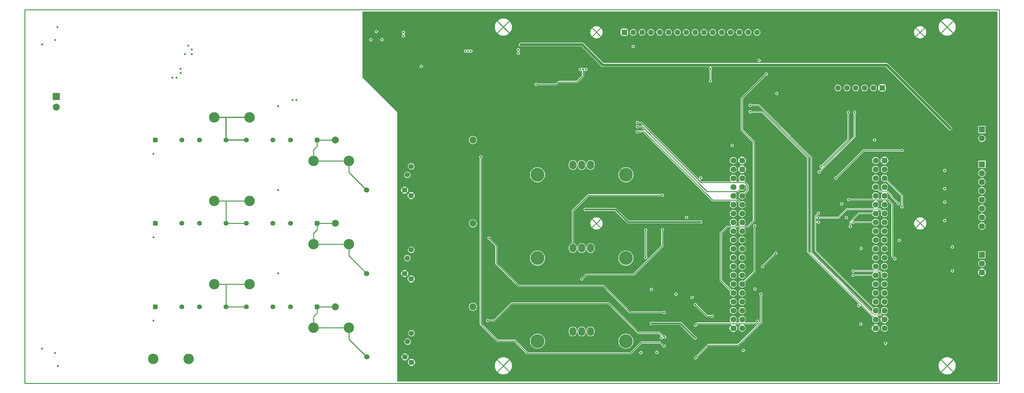
<source format=gbl>
G04 Layer_Physical_Order=4*
G04 Layer_Color=11796480*
%FSLAX43Y43*%
%MOMM*%
G71*
G01*
G75*
%ADD22C,2.000*%
%ADD30C,0.750*%
%ADD31C,0.500*%
%ADD32C,0.250*%
%ADD33C,0.150*%
%ADD35C,0.300*%
%ADD36C,0.200*%
%ADD38C,0.254*%
%ADD39O,2.000X2.500*%
%ADD40C,3.000*%
%ADD41C,1.600*%
%ADD42R,1.600X1.600*%
%ADD43C,1.524*%
%ADD46C,1.700*%
%ADD47R,1.750X1.750*%
%ADD48C,1.750*%
%ADD49C,4.000*%
%ADD50R,2.000X2.000*%
%ADD51R,1.800X1.800*%
%ADD52C,1.800*%
%ADD53C,1.400*%
G04:AMPARAMS|DCode=54|XSize=1.4mm|YSize=1.4mm|CornerRadius=0.35mm|HoleSize=0mm|Usage=FLASHONLY|Rotation=0.000|XOffset=0mm|YOffset=0mm|HoleType=Round|Shape=RoundedRectangle|*
%AMROUNDEDRECTD54*
21,1,1.400,0.700,0,0,0.0*
21,1,0.700,1.400,0,0,0.0*
1,1,0.700,0.350,-0.350*
1,1,0.700,-0.350,-0.350*
1,1,0.700,-0.350,0.350*
1,1,0.700,0.350,0.350*
%
%ADD54ROUNDEDRECTD54*%
%ADD55C,0.600*%
G36*
X279500Y500D02*
X107000D01*
Y78000D01*
X97000Y88000D01*
Y107000D01*
X279500D01*
Y500D01*
D02*
G37*
%LPC*%
G36*
X266500Y32759D02*
X266324Y32724D01*
X266176Y32624D01*
X266076Y32476D01*
X266041Y32300D01*
X266076Y32124D01*
X266176Y31976D01*
X266324Y31876D01*
X266500Y31841D01*
X266676Y31876D01*
X266824Y31976D01*
X266924Y32124D01*
X266959Y32300D01*
X266924Y32476D01*
X266824Y32624D01*
X266676Y32724D01*
X266500Y32759D01*
D02*
G37*
G36*
X275000Y33059D02*
X274705Y33020D01*
X274431Y32906D01*
X274296Y32803D01*
X275000Y32100D01*
X275704Y32803D01*
X275569Y32906D01*
X275295Y33020D01*
X275000Y33059D01*
D02*
G37*
G36*
X244460Y34629D02*
X244199Y34594D01*
X243956Y34493D01*
X243747Y34333D01*
X243587Y34124D01*
X243486Y33881D01*
X243451Y33620D01*
X243486Y33359D01*
X243587Y33116D01*
X243747Y32907D01*
X243956Y32746D01*
X244057Y32704D01*
X244023Y32529D01*
X238388D01*
X238324Y32624D01*
X238176Y32724D01*
X238000Y32759D01*
X237824Y32724D01*
X237676Y32624D01*
X237576Y32476D01*
X237541Y32300D01*
X237576Y32124D01*
X237676Y31976D01*
X237824Y31876D01*
X238000Y31841D01*
X238176Y31876D01*
X238324Y31976D01*
X238388Y32071D01*
X243821D01*
X243880Y31896D01*
X243747Y31793D01*
X243587Y31584D01*
X243486Y31341D01*
X243482Y31309D01*
X238408D01*
X238344Y31404D01*
X238196Y31504D01*
X238020Y31539D01*
X237844Y31504D01*
X237696Y31404D01*
X237596Y31256D01*
X237561Y31080D01*
X237596Y30904D01*
X237696Y30756D01*
X237844Y30656D01*
X238020Y30621D01*
X238196Y30656D01*
X238344Y30756D01*
X238408Y30851D01*
X243482D01*
X243486Y30819D01*
X243587Y30576D01*
X243747Y30367D01*
X243956Y30206D01*
X244199Y30106D01*
X244460Y30071D01*
X244721Y30106D01*
X244964Y30206D01*
X245173Y30367D01*
X245333Y30576D01*
X245434Y30819D01*
X245469Y31080D01*
X245434Y31341D01*
X245333Y31584D01*
X245173Y31793D01*
X245040Y31896D01*
X245099Y32071D01*
X245685D01*
X246146Y31610D01*
X246126Y31584D01*
X246026Y31341D01*
X245991Y31080D01*
X246026Y30819D01*
X246126Y30576D01*
X246287Y30367D01*
X246496Y30206D01*
X246739Y30106D01*
X247000Y30071D01*
X247261Y30106D01*
X247504Y30206D01*
X247713Y30367D01*
X247873Y30576D01*
X247974Y30819D01*
X248009Y31080D01*
X247974Y31341D01*
X247873Y31584D01*
X247713Y31793D01*
X247504Y31953D01*
X247261Y32054D01*
X247000Y32089D01*
X246739Y32054D01*
X246496Y31953D01*
X246470Y31934D01*
X245942Y32462D01*
X245868Y32512D01*
X245780Y32529D01*
X244897D01*
X244863Y32704D01*
X244964Y32746D01*
X245173Y32907D01*
X245333Y33116D01*
X245434Y33359D01*
X245469Y33620D01*
X245434Y33881D01*
X245333Y34124D01*
X245173Y34333D01*
X244964Y34493D01*
X244721Y34594D01*
X244460Y34629D01*
D02*
G37*
G36*
X109120Y32595D02*
X108855Y32560D01*
X108608Y32457D01*
X108497Y32373D01*
X109120Y31750D01*
X109743Y32373D01*
X109632Y32457D01*
X109385Y32560D01*
X109120Y32595D01*
D02*
G37*
G36*
X108317Y32193D02*
X108233Y32082D01*
X108130Y31835D01*
X108095Y31570D01*
X108130Y31305D01*
X108233Y31058D01*
X108317Y30947D01*
X108940Y31570D01*
X108317Y32193D01*
D02*
G37*
G36*
X274117Y32624D02*
X274014Y32489D01*
X273900Y32215D01*
X273861Y31920D01*
X273900Y31625D01*
X274014Y31351D01*
X274117Y31216D01*
X274820Y31920D01*
X274117Y32624D01*
D02*
G37*
G36*
X275883Y32624D02*
X275180Y31920D01*
X275883Y31216D01*
X275986Y31351D01*
X276100Y31625D01*
X276139Y31920D01*
X276100Y32215D01*
X275986Y32489D01*
X275883Y32624D01*
D02*
G37*
G36*
X203560Y34629D02*
X203299Y34594D01*
X203056Y34493D01*
X202847Y34333D01*
X202686Y34124D01*
X202586Y33881D01*
X202551Y33620D01*
X202586Y33359D01*
X202686Y33116D01*
X202847Y32907D01*
X203056Y32746D01*
X203299Y32646D01*
X203560Y32611D01*
X203821Y32646D01*
X204064Y32746D01*
X204273Y32907D01*
X204433Y33116D01*
X204534Y33359D01*
X204569Y33620D01*
X204534Y33881D01*
X204433Y34124D01*
X204273Y34333D01*
X204064Y34493D01*
X203821Y34594D01*
X203560Y34629D01*
D02*
G37*
G36*
X172700Y38160D02*
X172279Y38119D01*
X171873Y37996D01*
X171500Y37796D01*
X171172Y37528D01*
X170904Y37200D01*
X170704Y36827D01*
X170581Y36421D01*
X170540Y36000D01*
X170581Y35579D01*
X170704Y35173D01*
X170904Y34800D01*
X171172Y34472D01*
X171500Y34204D01*
X171873Y34004D01*
X172279Y33881D01*
X172700Y33840D01*
X173121Y33881D01*
X173527Y34004D01*
X173900Y34204D01*
X174228Y34472D01*
X174496Y34800D01*
X174696Y35173D01*
X174819Y35579D01*
X174860Y36000D01*
X174819Y36421D01*
X174696Y36827D01*
X174496Y37200D01*
X174228Y37528D01*
X173900Y37796D01*
X173527Y37996D01*
X173121Y38119D01*
X172700Y38160D01*
D02*
G37*
G36*
X109880Y36890D02*
X109642Y36859D01*
X109420Y36767D01*
X109230Y36620D01*
X109083Y36430D01*
X108991Y36208D01*
X108960Y35970D01*
X108991Y35732D01*
X109083Y35510D01*
X109230Y35320D01*
X109420Y35173D01*
X109642Y35081D01*
X109880Y35050D01*
X110118Y35081D01*
X110340Y35173D01*
X110530Y35320D01*
X110677Y35510D01*
X110769Y35732D01*
X110800Y35970D01*
X110769Y36208D01*
X110677Y36430D01*
X110530Y36620D01*
X110340Y36767D01*
X110118Y36859D01*
X109880Y36890D01*
D02*
G37*
G36*
X203560Y37169D02*
X203299Y37134D01*
X203056Y37033D01*
X202847Y36873D01*
X202686Y36664D01*
X202586Y36421D01*
X202551Y36160D01*
X202586Y35899D01*
X202686Y35656D01*
X202847Y35447D01*
X203056Y35286D01*
X203299Y35186D01*
X203560Y35151D01*
X203821Y35186D01*
X204064Y35286D01*
X204273Y35447D01*
X204433Y35656D01*
X204534Y35899D01*
X204569Y36160D01*
X204534Y36421D01*
X204433Y36664D01*
X204273Y36873D01*
X204064Y37033D01*
X203821Y37134D01*
X203560Y37169D01*
D02*
G37*
G36*
X147300Y38160D02*
X146879Y38119D01*
X146473Y37996D01*
X146100Y37796D01*
X145772Y37528D01*
X145504Y37200D01*
X145304Y36827D01*
X145181Y36421D01*
X145140Y36000D01*
X145181Y35579D01*
X145304Y35173D01*
X145504Y34800D01*
X145772Y34472D01*
X146100Y34204D01*
X146473Y34004D01*
X146879Y33881D01*
X147300Y33840D01*
X147721Y33881D01*
X148127Y34004D01*
X148500Y34204D01*
X148828Y34472D01*
X149096Y34800D01*
X149296Y35173D01*
X149419Y35579D01*
X149460Y36000D01*
X149419Y36421D01*
X149296Y36827D01*
X149096Y37200D01*
X148828Y37528D01*
X148500Y37796D01*
X148127Y37996D01*
X147721Y38119D01*
X147300Y38160D01*
D02*
G37*
G36*
X206100Y34629D02*
X205839Y34594D01*
X205596Y34493D01*
X205387Y34333D01*
X205227Y34124D01*
X205126Y33881D01*
X205091Y33620D01*
X205126Y33359D01*
X205227Y33116D01*
X205387Y32907D01*
X205596Y32746D01*
X205839Y32646D01*
X206100Y32611D01*
X206361Y32646D01*
X206604Y32746D01*
X206813Y32907D01*
X206973Y33116D01*
X207074Y33359D01*
X207109Y33620D01*
X207074Y33881D01*
X206973Y34124D01*
X206813Y34333D01*
X206604Y34493D01*
X206361Y34594D01*
X206100Y34629D01*
D02*
G37*
G36*
X247000D02*
X246739Y34594D01*
X246496Y34493D01*
X246287Y34333D01*
X246126Y34124D01*
X246026Y33881D01*
X245991Y33620D01*
X246026Y33359D01*
X246126Y33116D01*
X246287Y32907D01*
X246496Y32746D01*
X246739Y32646D01*
X247000Y32611D01*
X247261Y32646D01*
X247504Y32746D01*
X247713Y32907D01*
X247873Y33116D01*
X247974Y33359D01*
X248009Y33620D01*
X247974Y33881D01*
X247873Y34124D01*
X247713Y34333D01*
X247504Y34493D01*
X247261Y34594D01*
X247000Y34629D01*
D02*
G37*
G36*
X275000Y35494D02*
X274732Y35459D01*
X274483Y35355D01*
X274269Y35191D01*
X274105Y34977D01*
X274001Y34728D01*
X273966Y34460D01*
X274001Y34192D01*
X274105Y33943D01*
X274269Y33729D01*
X274483Y33565D01*
X274732Y33461D01*
X275000Y33426D01*
X275268Y33461D01*
X275517Y33565D01*
X275731Y33729D01*
X275895Y33943D01*
X275999Y34192D01*
X276034Y34460D01*
X275999Y34728D01*
X275895Y34977D01*
X275731Y35191D01*
X275517Y35355D01*
X275268Y35459D01*
X275000Y35494D01*
D02*
G37*
G36*
X111000Y29820D02*
X110377Y29197D01*
X110488Y29113D01*
X110735Y29010D01*
X111000Y28975D01*
X111265Y29010D01*
X111512Y29113D01*
X111623Y29197D01*
X111000Y29820D01*
D02*
G37*
G36*
X111803Y30623D02*
X111180Y30000D01*
X111803Y29377D01*
X111887Y29488D01*
X111990Y29735D01*
X112025Y30000D01*
X111990Y30265D01*
X111887Y30512D01*
X111803Y30623D01*
D02*
G37*
G36*
X110197Y30623D02*
X110113Y30512D01*
X110010Y30265D01*
X109975Y30000D01*
X110010Y29735D01*
X110113Y29488D01*
X110197Y29377D01*
X110820Y30000D01*
X110197Y30623D01*
D02*
G37*
G36*
X247000Y29549D02*
X246739Y29514D01*
X246496Y29413D01*
X246287Y29253D01*
X246126Y29044D01*
X246026Y28801D01*
X245991Y28540D01*
X246026Y28279D01*
X246126Y28036D01*
X246287Y27827D01*
X246496Y27667D01*
X246739Y27566D01*
X247000Y27531D01*
X247261Y27566D01*
X247504Y27667D01*
X247713Y27827D01*
X247873Y28036D01*
X247974Y28279D01*
X248009Y28540D01*
X247974Y28801D01*
X247873Y29044D01*
X247713Y29253D01*
X247504Y29413D01*
X247261Y29514D01*
X247000Y29549D01*
D02*
G37*
G36*
X209800Y27559D02*
X209624Y27524D01*
X209476Y27424D01*
X209376Y27276D01*
X209341Y27100D01*
X209376Y26924D01*
X209476Y26776D01*
X209624Y26676D01*
X209800Y26641D01*
X209976Y26676D01*
X210124Y26776D01*
X210224Y26924D01*
X210259Y27100D01*
X210224Y27276D01*
X210124Y27424D01*
X209976Y27524D01*
X209800Y27559D01*
D02*
G37*
G36*
X203560Y29549D02*
X203299Y29514D01*
X203056Y29413D01*
X202847Y29253D01*
X202686Y29044D01*
X202586Y28801D01*
X202551Y28540D01*
X202586Y28279D01*
X202686Y28036D01*
X202847Y27827D01*
X203056Y27667D01*
X203299Y27566D01*
X203560Y27531D01*
X203821Y27566D01*
X204064Y27667D01*
X204273Y27827D01*
X204433Y28036D01*
X204534Y28279D01*
X204569Y28540D01*
X204534Y28801D01*
X204433Y29044D01*
X204273Y29253D01*
X204064Y29413D01*
X203821Y29514D01*
X203560Y29549D01*
D02*
G37*
G36*
X244460D02*
X244199Y29514D01*
X243956Y29413D01*
X243747Y29253D01*
X243587Y29044D01*
X243486Y28801D01*
X243451Y28540D01*
X243486Y28279D01*
X243587Y28036D01*
X243747Y27827D01*
X243956Y27667D01*
X244199Y27566D01*
X244460Y27531D01*
X244721Y27566D01*
X244964Y27667D01*
X245173Y27827D01*
X245333Y28036D01*
X245434Y28279D01*
X245469Y28540D01*
X245434Y28801D01*
X245333Y29044D01*
X245173Y29253D01*
X244964Y29413D01*
X244721Y29514D01*
X244460Y29549D01*
D02*
G37*
G36*
X209700Y45759D02*
X209524Y45724D01*
X209376Y45624D01*
X209276Y45476D01*
X209241Y45300D01*
X209276Y45124D01*
X209376Y44976D01*
X209420Y44946D01*
Y32256D01*
X206585Y29421D01*
X206361Y29514D01*
X206100Y29549D01*
X205839Y29514D01*
X205596Y29413D01*
X205387Y29253D01*
X205227Y29044D01*
X205126Y28801D01*
X205091Y28540D01*
X205126Y28279D01*
X205227Y28036D01*
X205387Y27827D01*
X205596Y27667D01*
X205839Y27566D01*
X206100Y27531D01*
X206361Y27566D01*
X206604Y27667D01*
X206813Y27827D01*
X206973Y28036D01*
X207074Y28279D01*
X207109Y28540D01*
X207074Y28801D01*
X206982Y29025D01*
X209898Y31942D01*
X209959Y32033D01*
X209980Y32140D01*
Y44946D01*
X210024Y44976D01*
X210124Y45124D01*
X210159Y45300D01*
X210124Y45476D01*
X210024Y45624D01*
X209876Y45724D01*
X209700Y45759D01*
D02*
G37*
G36*
X109120Y31390D02*
X108497Y30767D01*
X108608Y30683D01*
X108855Y30580D01*
X109120Y30545D01*
X109385Y30580D01*
X109632Y30683D01*
X109743Y30767D01*
X109120Y31390D01*
D02*
G37*
G36*
X275000Y31740D02*
X274296Y31037D01*
X274431Y30934D01*
X274705Y30820D01*
X275000Y30781D01*
X275295Y30820D01*
X275569Y30934D01*
X275704Y31037D01*
X275000Y31740D01*
D02*
G37*
G36*
X109923Y32193D02*
X109300Y31570D01*
X109923Y30947D01*
X110007Y31058D01*
X110110Y31305D01*
X110145Y31570D01*
X110110Y31835D01*
X110007Y32082D01*
X109923Y32193D01*
D02*
G37*
G36*
X183175Y44684D02*
X182999Y44649D01*
X182851Y44549D01*
X182751Y44401D01*
X182716Y44225D01*
X182751Y44049D01*
X182851Y43901D01*
X182895Y43871D01*
Y39591D01*
X174784Y31480D01*
X161200D01*
X161093Y31459D01*
X161002Y31398D01*
X160052Y30448D01*
X160000Y30459D01*
X159824Y30424D01*
X159676Y30324D01*
X159576Y30176D01*
X159541Y30000D01*
X159576Y29824D01*
X159676Y29676D01*
X159824Y29576D01*
X160000Y29541D01*
X160176Y29576D01*
X160324Y29676D01*
X160424Y29824D01*
X160459Y30000D01*
X160448Y30052D01*
X161316Y30920D01*
X174900D01*
X175007Y30941D01*
X175098Y31002D01*
X183373Y39277D01*
X183434Y39368D01*
X183455Y39475D01*
Y43871D01*
X183499Y43901D01*
X183599Y44049D01*
X183634Y44225D01*
X183599Y44401D01*
X183499Y44549D01*
X183351Y44649D01*
X183175Y44684D01*
D02*
G37*
G36*
X203560Y32089D02*
X203299Y32054D01*
X203056Y31953D01*
X202847Y31793D01*
X202686Y31584D01*
X202586Y31341D01*
X202551Y31080D01*
X202586Y30819D01*
X202686Y30576D01*
X202847Y30367D01*
X203056Y30206D01*
X203299Y30106D01*
X203560Y30071D01*
X203821Y30106D01*
X204064Y30206D01*
X204273Y30367D01*
X204433Y30576D01*
X204534Y30819D01*
X204569Y31080D01*
X204534Y31341D01*
X204433Y31584D01*
X204273Y31793D01*
X204064Y31953D01*
X203821Y32054D01*
X203560Y32089D01*
D02*
G37*
G36*
X206100D02*
X205839Y32054D01*
X205596Y31953D01*
X205387Y31793D01*
X205227Y31584D01*
X205126Y31341D01*
X205091Y31080D01*
X205126Y30819D01*
X205227Y30576D01*
X205387Y30367D01*
X205596Y30206D01*
X205839Y30106D01*
X206100Y30071D01*
X206361Y30106D01*
X206604Y30206D01*
X206813Y30367D01*
X206973Y30576D01*
X207074Y30819D01*
X207109Y31080D01*
X207074Y31341D01*
X206973Y31584D01*
X206813Y31793D01*
X206604Y31953D01*
X206361Y32054D01*
X206100Y32089D01*
D02*
G37*
G36*
X111000Y31025D02*
X110735Y30990D01*
X110488Y30887D01*
X110377Y30803D01*
X111000Y30180D01*
X111623Y30803D01*
X111512Y30887D01*
X111265Y30990D01*
X111000Y31025D01*
D02*
G37*
G36*
X247000Y42249D02*
X246739Y42214D01*
X246496Y42113D01*
X246287Y41953D01*
X246126Y41744D01*
X246026Y41501D01*
X245991Y41240D01*
X246026Y40979D01*
X246126Y40736D01*
X246287Y40527D01*
X246496Y40367D01*
X246739Y40266D01*
X247000Y40231D01*
X247261Y40266D01*
X247504Y40367D01*
X247713Y40527D01*
X247873Y40736D01*
X247974Y40979D01*
X248009Y41240D01*
X247974Y41501D01*
X247873Y41744D01*
X247713Y41953D01*
X247504Y42113D01*
X247261Y42214D01*
X247000Y42249D01*
D02*
G37*
G36*
X251200Y41559D02*
X251024Y41524D01*
X250876Y41424D01*
X250776Y41276D01*
X250741Y41100D01*
X250776Y40924D01*
X250876Y40776D01*
X251024Y40676D01*
X251200Y40641D01*
X251376Y40676D01*
X251524Y40776D01*
X251624Y40924D01*
X251659Y41100D01*
X251624Y41276D01*
X251524Y41424D01*
X251376Y41524D01*
X251200Y41559D01*
D02*
G37*
G36*
X244460Y44789D02*
X244199Y44754D01*
X243956Y44653D01*
X243747Y44493D01*
X243587Y44284D01*
X243486Y44041D01*
X243451Y43780D01*
X243486Y43519D01*
X243587Y43276D01*
X243747Y43067D01*
X243956Y42907D01*
X244199Y42806D01*
X244460Y42771D01*
X244721Y42806D01*
X244964Y42907D01*
X245173Y43067D01*
X245333Y43276D01*
X245434Y43519D01*
X245469Y43780D01*
X245434Y44041D01*
X245333Y44284D01*
X245173Y44493D01*
X244964Y44653D01*
X244721Y44754D01*
X244460Y44789D01*
D02*
G37*
G36*
Y42249D02*
X244199Y42214D01*
X243956Y42113D01*
X243747Y41953D01*
X243587Y41744D01*
X243486Y41501D01*
X243451Y41240D01*
X243486Y40979D01*
X243587Y40736D01*
X243747Y40527D01*
X243956Y40367D01*
X244199Y40266D01*
X244460Y40231D01*
X244721Y40266D01*
X244964Y40367D01*
X245173Y40527D01*
X245333Y40736D01*
X245434Y40979D01*
X245469Y41240D01*
X245434Y41501D01*
X245333Y41744D01*
X245173Y41953D01*
X244964Y42113D01*
X244721Y42214D01*
X244460Y42249D01*
D02*
G37*
G36*
X266500Y39659D02*
X266324Y39624D01*
X266176Y39524D01*
X266076Y39376D01*
X266041Y39200D01*
X266076Y39024D01*
X266176Y38876D01*
X266324Y38776D01*
X266500Y38741D01*
X266676Y38776D01*
X266824Y38876D01*
X266924Y39024D01*
X266959Y39200D01*
X266924Y39376D01*
X266824Y39524D01*
X266676Y39624D01*
X266500Y39659D01*
D02*
G37*
G36*
X203560Y42249D02*
X203299Y42214D01*
X203056Y42113D01*
X202847Y41953D01*
X202686Y41744D01*
X202586Y41501D01*
X202551Y41240D01*
X202586Y40979D01*
X202686Y40736D01*
X202847Y40527D01*
X203056Y40367D01*
X203299Y40266D01*
X203560Y40231D01*
X203821Y40266D01*
X204064Y40367D01*
X204273Y40527D01*
X204433Y40736D01*
X204534Y40979D01*
X204569Y41240D01*
X204534Y41501D01*
X204433Y41744D01*
X204273Y41953D01*
X204064Y42113D01*
X203821Y42214D01*
X203560Y42249D01*
D02*
G37*
G36*
X206100D02*
X205839Y42214D01*
X205596Y42113D01*
X205387Y41953D01*
X205227Y41744D01*
X205126Y41501D01*
X205091Y41240D01*
X205126Y40979D01*
X205227Y40736D01*
X205387Y40527D01*
X205596Y40367D01*
X205839Y40266D01*
X206100Y40231D01*
X206361Y40266D01*
X206604Y40367D01*
X206813Y40527D01*
X206973Y40736D01*
X207074Y40979D01*
X207109Y41240D01*
X207074Y41501D01*
X206973Y41744D01*
X206813Y41953D01*
X206604Y42113D01*
X206361Y42214D01*
X206100Y42249D01*
D02*
G37*
G36*
X247000Y44789D02*
X246739Y44754D01*
X246496Y44653D01*
X246287Y44493D01*
X246126Y44284D01*
X246026Y44041D01*
X245991Y43780D01*
X246026Y43519D01*
X246126Y43276D01*
X246287Y43067D01*
X246496Y42907D01*
X246739Y42806D01*
X247000Y42771D01*
X247261Y42806D01*
X247504Y42907D01*
X247713Y43067D01*
X247873Y43276D01*
X247974Y43519D01*
X248009Y43780D01*
X247974Y44041D01*
X247873Y44284D01*
X247713Y44493D01*
X247504Y44653D01*
X247261Y44754D01*
X247000Y44789D01*
D02*
G37*
G36*
X162923Y47148D02*
X162785Y46979D01*
X162622Y46674D01*
X162521Y46344D01*
X162488Y46000D01*
X162521Y45656D01*
X162622Y45326D01*
X162785Y45021D01*
X162923Y44852D01*
X164070Y46000D01*
X162923Y47148D01*
D02*
G37*
G36*
X255943D02*
X255805Y46979D01*
X255642Y46674D01*
X255541Y46344D01*
X255508Y46000D01*
X255541Y45656D01*
X255642Y45326D01*
X255805Y45021D01*
X255943Y44852D01*
X257090Y46000D01*
X255943Y47148D01*
D02*
G37*
G36*
X165577D02*
X164430Y46000D01*
X165577Y44852D01*
X165715Y45021D01*
X165878Y45326D01*
X165979Y45656D01*
X166012Y46000D01*
X165979Y46344D01*
X165878Y46674D01*
X165715Y46979D01*
X165577Y47148D01*
D02*
G37*
G36*
X128750Y47160D02*
X128450Y47120D01*
X128170Y47005D01*
X127930Y46820D01*
X127745Y46580D01*
X127630Y46300D01*
X127590Y46000D01*
X127630Y45700D01*
X127745Y45420D01*
X127930Y45180D01*
X128170Y44995D01*
X128450Y44880D01*
X128750Y44840D01*
X129050Y44880D01*
X129330Y44995D01*
X129570Y45180D01*
X129755Y45420D01*
X129870Y45700D01*
X129910Y46000D01*
X129870Y46300D01*
X129755Y46580D01*
X129570Y46820D01*
X129330Y47005D01*
X129050Y47120D01*
X128750Y47160D01*
D02*
G37*
G36*
X275000Y46279D02*
X274726Y46243D01*
X274470Y46137D01*
X274251Y45969D01*
X274083Y45750D01*
X273977Y45494D01*
X273941Y45220D01*
X273977Y44946D01*
X274083Y44690D01*
X274251Y44471D01*
X274470Y44303D01*
X274726Y44197D01*
X275000Y44161D01*
X275274Y44197D01*
X275530Y44303D01*
X275749Y44471D01*
X275917Y44690D01*
X276023Y44946D01*
X276059Y45220D01*
X276023Y45494D01*
X275917Y45750D01*
X275749Y45969D01*
X275530Y46137D01*
X275274Y46243D01*
X275000Y46279D01*
D02*
G37*
G36*
X164250Y45820D02*
X163102Y44673D01*
X163271Y44535D01*
X163576Y44372D01*
X163906Y44271D01*
X164250Y44238D01*
X164594Y44271D01*
X164924Y44372D01*
X165229Y44535D01*
X165398Y44673D01*
X164250Y45820D01*
D02*
G37*
G36*
X257270D02*
X256122Y44673D01*
X256291Y44535D01*
X256596Y44372D01*
X256926Y44271D01*
X257270Y44238D01*
X257614Y44271D01*
X257944Y44372D01*
X258249Y44535D01*
X258418Y44673D01*
X257270Y45820D01*
D02*
G37*
G36*
X276025Y38025D02*
X273975D01*
Y35975D01*
X276025D01*
Y38025D01*
D02*
G37*
G36*
X215760Y37859D02*
X215584Y37824D01*
X215436Y37724D01*
X215336Y37576D01*
X215301Y37400D01*
X215312Y37348D01*
X212032Y34068D01*
X211980Y34079D01*
X211804Y34044D01*
X211656Y33944D01*
X211556Y33796D01*
X211521Y33620D01*
X211556Y33444D01*
X211656Y33296D01*
X211804Y33196D01*
X211980Y33161D01*
X212156Y33196D01*
X212304Y33296D01*
X212404Y33444D01*
X212439Y33620D01*
X212428Y33672D01*
X215708Y36952D01*
X215760Y36941D01*
X215936Y36976D01*
X216084Y37076D01*
X216184Y37224D01*
X216219Y37400D01*
X216184Y37576D01*
X216084Y37724D01*
X215936Y37824D01*
X215760Y37859D01*
D02*
G37*
G36*
X111000Y39300D02*
X110762Y39269D01*
X110540Y39177D01*
X110350Y39030D01*
X110203Y38840D01*
X110111Y38618D01*
X110080Y38380D01*
X110111Y38142D01*
X110203Y37920D01*
X110350Y37730D01*
X110540Y37583D01*
X110762Y37491D01*
X111000Y37460D01*
X111238Y37491D01*
X111460Y37583D01*
X111650Y37730D01*
X111797Y37920D01*
X111889Y38142D01*
X111920Y38380D01*
X111889Y38618D01*
X111797Y38840D01*
X111650Y39030D01*
X111460Y39177D01*
X111238Y39269D01*
X111000Y39300D01*
D02*
G37*
G36*
X178400Y44559D02*
X178224Y44524D01*
X178076Y44424D01*
X177976Y44276D01*
X177941Y44100D01*
X177976Y43924D01*
X178076Y43776D01*
X178120Y43746D01*
Y36554D01*
X178076Y36524D01*
X177976Y36376D01*
X177941Y36200D01*
X177976Y36024D01*
X178076Y35876D01*
X178224Y35776D01*
X178400Y35741D01*
X178576Y35776D01*
X178724Y35876D01*
X178824Y36024D01*
X178859Y36200D01*
X178824Y36376D01*
X178724Y36524D01*
X178680Y36554D01*
Y43746D01*
X178724Y43776D01*
X178824Y43924D01*
X178859Y44100D01*
X178824Y44276D01*
X178724Y44424D01*
X178576Y44524D01*
X178400Y44559D01*
D02*
G37*
G36*
X206100Y37169D02*
X205839Y37134D01*
X205596Y37033D01*
X205387Y36873D01*
X205227Y36664D01*
X205126Y36421D01*
X205091Y36160D01*
X205126Y35899D01*
X205227Y35656D01*
X205387Y35447D01*
X205596Y35286D01*
X205839Y35186D01*
X206100Y35151D01*
X206361Y35186D01*
X206604Y35286D01*
X206813Y35447D01*
X206973Y35656D01*
X207074Y35899D01*
X207109Y36160D01*
X207074Y36421D01*
X206973Y36664D01*
X206813Y36873D01*
X206604Y37033D01*
X206361Y37134D01*
X206100Y37169D01*
D02*
G37*
G36*
X244460D02*
X244199Y37134D01*
X243956Y37033D01*
X243747Y36873D01*
X243587Y36664D01*
X243486Y36421D01*
X243451Y36160D01*
X243486Y35899D01*
X243587Y35656D01*
X243747Y35447D01*
X243956Y35286D01*
X244199Y35186D01*
X244460Y35151D01*
X244721Y35186D01*
X244964Y35286D01*
X245173Y35447D01*
X245333Y35656D01*
X245434Y35899D01*
X245469Y36160D01*
X245434Y36421D01*
X245333Y36664D01*
X245173Y36873D01*
X244964Y37033D01*
X244721Y37134D01*
X244460Y37169D01*
D02*
G37*
G36*
X247000D02*
X246739Y37134D01*
X246496Y37033D01*
X246287Y36873D01*
X246126Y36664D01*
X246026Y36421D01*
X245991Y36160D01*
X246026Y35899D01*
X246126Y35656D01*
X246287Y35447D01*
X246496Y35286D01*
X246739Y35186D01*
X247000Y35151D01*
X247261Y35186D01*
X247504Y35286D01*
X247713Y35447D01*
X247873Y35656D01*
X247974Y35899D01*
X248009Y36160D01*
X247974Y36421D01*
X247873Y36664D01*
X247713Y36873D01*
X247504Y37033D01*
X247261Y37134D01*
X247000Y37169D01*
D02*
G37*
G36*
X160000Y40310D02*
X159700Y40270D01*
X159420Y40155D01*
X159180Y39970D01*
X158995Y39730D01*
X158880Y39450D01*
X158840Y39150D01*
Y38650D01*
X158880Y38350D01*
X158995Y38070D01*
X159180Y37830D01*
X159420Y37645D01*
X159700Y37530D01*
X160000Y37490D01*
X160300Y37530D01*
X160580Y37645D01*
X160820Y37830D01*
X161005Y38070D01*
X161120Y38350D01*
X161160Y38650D01*
Y39150D01*
X161120Y39450D01*
X161005Y39730D01*
X160820Y39970D01*
X160580Y40155D01*
X160300Y40270D01*
X160000Y40310D01*
D02*
G37*
G36*
X244460Y39709D02*
X244199Y39674D01*
X243956Y39573D01*
X243747Y39413D01*
X243587Y39204D01*
X243486Y38961D01*
X243451Y38700D01*
X243486Y38439D01*
X243587Y38196D01*
X243747Y37987D01*
X243956Y37826D01*
X244199Y37726D01*
X244460Y37691D01*
X244721Y37726D01*
X244964Y37826D01*
X245173Y37987D01*
X245333Y38196D01*
X245434Y38439D01*
X245469Y38700D01*
X245434Y38961D01*
X245333Y39204D01*
X245173Y39413D01*
X244964Y39573D01*
X244721Y39674D01*
X244460Y39709D01*
D02*
G37*
G36*
X247000D02*
X246739Y39674D01*
X246496Y39573D01*
X246287Y39413D01*
X246126Y39204D01*
X246026Y38961D01*
X245991Y38700D01*
X246026Y38439D01*
X246126Y38196D01*
X246287Y37987D01*
X246496Y37826D01*
X246739Y37726D01*
X247000Y37691D01*
X247261Y37726D01*
X247504Y37826D01*
X247713Y37987D01*
X247873Y38196D01*
X247974Y38439D01*
X248009Y38700D01*
X247974Y38961D01*
X247873Y39204D01*
X247713Y39413D01*
X247504Y39573D01*
X247261Y39674D01*
X247000Y39709D01*
D02*
G37*
G36*
X240300Y39259D02*
X240124Y39224D01*
X239976Y39124D01*
X239876Y38976D01*
X239841Y38800D01*
X239876Y38624D01*
X239976Y38476D01*
X240124Y38376D01*
X240300Y38341D01*
X240476Y38376D01*
X240624Y38476D01*
X240724Y38624D01*
X240759Y38800D01*
X240724Y38976D01*
X240624Y39124D01*
X240476Y39224D01*
X240300Y39259D01*
D02*
G37*
G36*
X206100Y39709D02*
X205839Y39674D01*
X205596Y39573D01*
X205387Y39413D01*
X205227Y39204D01*
X205126Y38961D01*
X205091Y38700D01*
X205126Y38439D01*
X205227Y38196D01*
X205387Y37987D01*
X205596Y37826D01*
X205839Y37726D01*
X206100Y37691D01*
X206361Y37726D01*
X206604Y37826D01*
X206813Y37987D01*
X206973Y38196D01*
X207074Y38439D01*
X207109Y38700D01*
X207074Y38961D01*
X206973Y39204D01*
X206813Y39413D01*
X206604Y39573D01*
X206361Y39674D01*
X206100Y39709D01*
D02*
G37*
G36*
X162550Y40310D02*
X162250Y40270D01*
X161970Y40155D01*
X161730Y39970D01*
X161545Y39730D01*
X161430Y39450D01*
X161390Y39150D01*
Y38650D01*
X161430Y38350D01*
X161545Y38070D01*
X161730Y37830D01*
X161970Y37645D01*
X162250Y37530D01*
X162550Y37490D01*
X162850Y37530D01*
X163130Y37645D01*
X163370Y37830D01*
X163555Y38070D01*
X163670Y38350D01*
X163710Y38650D01*
Y39150D01*
X163670Y39450D01*
X163555Y39730D01*
X163370Y39970D01*
X163130Y40155D01*
X162850Y40270D01*
X162550Y40310D01*
D02*
G37*
G36*
X208400Y80459D02*
X208224Y80424D01*
X208076Y80324D01*
X207976Y80176D01*
X207941Y80000D01*
X207976Y79824D01*
X208076Y79676D01*
X208224Y79576D01*
X208400Y79541D01*
X208576Y79576D01*
X208724Y79676D01*
X208788Y79771D01*
X210905D01*
X225771Y64905D01*
Y37700D01*
X225785Y37627D01*
X225777Y37617D01*
X225588Y37576D01*
X225229Y37935D01*
Y65000D01*
X225229Y65000D01*
X225212Y65088D01*
X225162Y65162D01*
X225162Y65162D01*
X212062Y78262D01*
X211988Y78312D01*
X211900Y78329D01*
X208788D01*
X208724Y78424D01*
X208576Y78524D01*
X208400Y78559D01*
X208224Y78524D01*
X208076Y78424D01*
X207976Y78276D01*
X207941Y78100D01*
X207976Y77924D01*
X208076Y77776D01*
X208224Y77676D01*
X208400Y77641D01*
X208576Y77676D01*
X208724Y77776D01*
X208788Y77871D01*
X211805D01*
X224771Y64905D01*
Y37840D01*
X224788Y37752D01*
X224838Y37678D01*
X239590Y22926D01*
X239524Y22744D01*
X239424Y22724D01*
X239276Y22624D01*
X239176Y22476D01*
X239141Y22300D01*
X239176Y22124D01*
X239276Y21976D01*
X239424Y21876D01*
X239600Y21841D01*
X239776Y21876D01*
X239924Y21976D01*
X240024Y22124D01*
X240044Y22224D01*
X240226Y22290D01*
X243606Y18910D01*
X243587Y18884D01*
X243486Y18641D01*
X243451Y18380D01*
X243486Y18119D01*
X243587Y17876D01*
X243747Y17667D01*
X243956Y17507D01*
X244199Y17406D01*
X244460Y17371D01*
X244721Y17406D01*
X244964Y17507D01*
X245173Y17667D01*
X245333Y17876D01*
X245434Y18119D01*
X245469Y18380D01*
X245434Y18641D01*
X245333Y18884D01*
X245173Y19093D01*
X244964Y19253D01*
X244863Y19296D01*
X244897Y19471D01*
X245780D01*
X245868Y19488D01*
X245942Y19538D01*
X246470Y20066D01*
X246496Y20046D01*
X246739Y19946D01*
X247000Y19911D01*
X247261Y19946D01*
X247504Y20046D01*
X247713Y20207D01*
X247873Y20416D01*
X247974Y20659D01*
X248009Y20920D01*
X247974Y21181D01*
X247873Y21424D01*
X247713Y21633D01*
X247504Y21793D01*
X247261Y21894D01*
X247000Y21929D01*
X246739Y21894D01*
X246496Y21793D01*
X246287Y21633D01*
X246126Y21424D01*
X246026Y21181D01*
X245991Y20920D01*
X246026Y20659D01*
X246126Y20416D01*
X246146Y20390D01*
X245685Y19929D01*
X245099D01*
X245040Y20104D01*
X245173Y20207D01*
X245333Y20416D01*
X245434Y20659D01*
X245469Y20920D01*
X245434Y21181D01*
X245333Y21424D01*
X245173Y21633D01*
X244964Y21793D01*
X244721Y21894D01*
X244460Y21929D01*
X244199Y21894D01*
X243956Y21793D01*
X243930Y21774D01*
X227429Y38275D01*
Y46206D01*
X227604Y46223D01*
X227611Y46189D01*
X227711Y46041D01*
X227859Y45941D01*
X228035Y45906D01*
X228211Y45941D01*
X228359Y46041D01*
X228459Y46189D01*
X228494Y46365D01*
X228459Y46541D01*
X228359Y46689D01*
X228211Y46789D01*
X228035Y46824D01*
X227859Y46789D01*
X227711Y46689D01*
X227611Y46541D01*
X227604Y46507D01*
X227429Y46524D01*
Y47476D01*
X227604Y47493D01*
X227611Y47459D01*
X227711Y47311D01*
X227859Y47211D01*
X228035Y47176D01*
X228211Y47211D01*
X228359Y47311D01*
X228423Y47406D01*
X233635D01*
X233723Y47423D01*
X233797Y47473D01*
X236195Y49871D01*
X243847D01*
X243906Y49696D01*
X243747Y49573D01*
X243587Y49364D01*
X243486Y49121D01*
X243482Y49089D01*
X239560D01*
X239560Y49089D01*
X239472Y49072D01*
X239398Y49022D01*
X237033Y46657D01*
X236983Y46583D01*
X236966Y46495D01*
Y45483D01*
X236871Y45419D01*
X236771Y45271D01*
X236736Y45095D01*
X236771Y44919D01*
X236871Y44771D01*
X237019Y44671D01*
X237195Y44636D01*
X237371Y44671D01*
X237519Y44771D01*
X237619Y44919D01*
X237654Y45095D01*
X237619Y45271D01*
X237519Y45419D01*
X237424Y45483D01*
Y46111D01*
X237596Y46144D01*
X237696Y45996D01*
X237844Y45896D01*
X238020Y45861D01*
X238196Y45896D01*
X238344Y45996D01*
X238408Y46091D01*
X243482D01*
X243486Y46059D01*
X243587Y45816D01*
X243747Y45607D01*
X243956Y45446D01*
X244199Y45346D01*
X244460Y45311D01*
X244721Y45346D01*
X244964Y45446D01*
X245173Y45607D01*
X245333Y45816D01*
X245434Y46059D01*
X245469Y46320D01*
X245434Y46581D01*
X245333Y46824D01*
X245173Y47033D01*
X244964Y47193D01*
X244721Y47294D01*
X244460Y47329D01*
X244199Y47294D01*
X243956Y47193D01*
X243747Y47033D01*
X243587Y46824D01*
X243486Y46581D01*
X243482Y46549D01*
X238408D01*
X238344Y46644D01*
X238196Y46744D01*
X238046Y46774D01*
X237998Y46856D01*
X237972Y46948D01*
X239655Y48631D01*
X243482D01*
X243486Y48599D01*
X243587Y48356D01*
X243747Y48147D01*
X243956Y47986D01*
X244199Y47886D01*
X244460Y47851D01*
X244721Y47886D01*
X244964Y47986D01*
X245173Y48147D01*
X245333Y48356D01*
X245434Y48599D01*
X245469Y48860D01*
X245434Y49121D01*
X245333Y49364D01*
X245173Y49573D01*
X245014Y49696D01*
X245073Y49871D01*
X245665D01*
X246146Y49390D01*
X246126Y49364D01*
X246026Y49121D01*
X245991Y48860D01*
X246026Y48599D01*
X246126Y48356D01*
X246287Y48147D01*
X246496Y47986D01*
X246739Y47886D01*
X247000Y47851D01*
X247261Y47886D01*
X247504Y47986D01*
X247713Y48147D01*
X247873Y48356D01*
X247974Y48599D01*
X248009Y48860D01*
X247974Y49121D01*
X247873Y49364D01*
X247713Y49573D01*
X247504Y49733D01*
X247261Y49834D01*
X247000Y49869D01*
X246739Y49834D01*
X246496Y49733D01*
X246470Y49714D01*
X245922Y50262D01*
X245848Y50312D01*
X245760Y50329D01*
X244946D01*
X244911Y50504D01*
X244964Y50527D01*
X245173Y50687D01*
X245333Y50896D01*
X245434Y51139D01*
X245469Y51400D01*
X245434Y51661D01*
X245333Y51904D01*
X245173Y52113D01*
X244964Y52273D01*
X244793Y52345D01*
X244827Y52520D01*
X246633D01*
X246667Y52345D01*
X246496Y52273D01*
X246287Y52113D01*
X246126Y51904D01*
X246026Y51661D01*
X245991Y51400D01*
X246026Y51139D01*
X246126Y50896D01*
X246287Y50687D01*
X246496Y50527D01*
X246739Y50426D01*
X247000Y50391D01*
X247261Y50426D01*
X247504Y50527D01*
X247713Y50687D01*
X247873Y50896D01*
X247974Y51139D01*
X248009Y51400D01*
X247974Y51661D01*
X247873Y51904D01*
X247713Y52113D01*
X247504Y52273D01*
X247333Y52345D01*
X247367Y52520D01*
X247884D01*
X249020Y51384D01*
Y36500D01*
X249041Y36393D01*
X249102Y36302D01*
X249552Y35852D01*
X249541Y35800D01*
X249576Y35624D01*
X249676Y35476D01*
X249824Y35376D01*
X250000Y35341D01*
X250176Y35376D01*
X250324Y35476D01*
X250424Y35624D01*
X250459Y35800D01*
X250424Y35976D01*
X250324Y36124D01*
X250176Y36224D01*
X250000Y36259D01*
X249948Y36248D01*
X249580Y36616D01*
Y51500D01*
X249559Y51607D01*
X249498Y51698D01*
X248198Y52998D01*
X248107Y53059D01*
X248000Y53080D01*
X247783D01*
X247735Y53255D01*
X247873Y53436D01*
X247974Y53679D01*
X248009Y53940D01*
X247974Y54201D01*
X247873Y54444D01*
X247713Y54653D01*
X247561Y54770D01*
X247620Y54945D01*
X247794D01*
X248745Y53994D01*
Y53700D01*
X248765Y53602D01*
X248820Y53520D01*
X250557Y51782D01*
X250541Y51700D01*
X250576Y51524D01*
X250676Y51376D01*
X250824Y51276D01*
X251000Y51241D01*
X251176Y51276D01*
X251324Y51376D01*
X251424Y51524D01*
X251459Y51700D01*
X251424Y51876D01*
X251324Y52024D01*
X251176Y52124D01*
X251000Y52159D01*
X250918Y52143D01*
X249255Y53806D01*
Y54100D01*
X249235Y54198D01*
X249180Y54280D01*
X248080Y55380D01*
X247998Y55435D01*
X247900Y55455D01*
X247581D01*
X247555Y55507D01*
X247535Y55630D01*
X247713Y55767D01*
X247873Y55976D01*
X247974Y56219D01*
X248009Y56480D01*
X247974Y56741D01*
X247873Y56984D01*
X247713Y57193D01*
X247504Y57353D01*
X247261Y57454D01*
X247000Y57489D01*
X246739Y57454D01*
X246496Y57353D01*
X246287Y57193D01*
X246126Y56984D01*
X246026Y56741D01*
X245991Y56480D01*
X246026Y56219D01*
X246126Y55976D01*
X246287Y55767D01*
X246465Y55630D01*
X246445Y55507D01*
X246419Y55455D01*
X245846D01*
X245330Y55971D01*
X245333Y55976D01*
X245434Y56219D01*
X245469Y56480D01*
X245434Y56741D01*
X245333Y56984D01*
X245173Y57193D01*
X244964Y57353D01*
X244721Y57454D01*
X244460Y57489D01*
X244199Y57454D01*
X243956Y57353D01*
X243747Y57193D01*
X243587Y56984D01*
X243486Y56741D01*
X243451Y56480D01*
X243486Y56219D01*
X243587Y55976D01*
X243747Y55767D01*
X243956Y55606D01*
X244199Y55506D01*
X244460Y55471D01*
X244721Y55506D01*
X244964Y55606D01*
X244969Y55610D01*
X245560Y55020D01*
X245642Y54965D01*
X245740Y54945D01*
X246380D01*
X246439Y54770D01*
X246287Y54653D01*
X246126Y54444D01*
X246026Y54201D01*
X245991Y53940D01*
X246026Y53679D01*
X246126Y53436D01*
X246265Y53255D01*
X246217Y53080D01*
X245243D01*
X245195Y53255D01*
X245333Y53436D01*
X245434Y53679D01*
X245469Y53940D01*
X245434Y54201D01*
X245333Y54444D01*
X245173Y54653D01*
X244964Y54813D01*
X244721Y54914D01*
X244460Y54949D01*
X244199Y54914D01*
X243956Y54813D01*
X243747Y54653D01*
X243587Y54444D01*
X243486Y54201D01*
X243451Y53940D01*
X243486Y53679D01*
X243587Y53436D01*
X243725Y53255D01*
X243677Y53080D01*
X237054D01*
X237024Y53124D01*
X236876Y53224D01*
X236700Y53259D01*
X236524Y53224D01*
X236376Y53124D01*
X236276Y52976D01*
X236241Y52800D01*
X236276Y52624D01*
X236376Y52476D01*
X236524Y52376D01*
X236700Y52341D01*
X236876Y52376D01*
X237024Y52476D01*
X237054Y52520D01*
X244093D01*
X244127Y52345D01*
X243956Y52273D01*
X243747Y52113D01*
X243587Y51904D01*
X243486Y51661D01*
X243451Y51400D01*
X243486Y51139D01*
X243587Y50896D01*
X243747Y50687D01*
X243956Y50527D01*
X244009Y50504D01*
X243974Y50329D01*
X236100D01*
X236012Y50312D01*
X235938Y50262D01*
X233540Y47864D01*
X228423D01*
X228359Y47959D01*
X228211Y48059D01*
X228035Y48094D01*
X227859Y48059D01*
X227711Y47959D01*
X227611Y47811D01*
X227604Y47777D01*
X227429Y47794D01*
Y48015D01*
X227883Y48468D01*
X227995Y48446D01*
X228171Y48481D01*
X228319Y48581D01*
X228419Y48729D01*
X228454Y48905D01*
X228419Y49081D01*
X228319Y49229D01*
X228171Y49329D01*
X227995Y49364D01*
X227819Y49329D01*
X227671Y49229D01*
X227571Y49081D01*
X227536Y48905D01*
X227558Y48793D01*
X227038Y48272D01*
X226988Y48198D01*
X226971Y48110D01*
Y38180D01*
X226988Y38092D01*
X227038Y38018D01*
X243606Y21450D01*
X243587Y21424D01*
X243486Y21181D01*
X243451Y20920D01*
X243466Y20805D01*
X243301Y20724D01*
X226229Y37795D01*
Y65000D01*
X226212Y65088D01*
X226162Y65162D01*
X211162Y80162D01*
X211088Y80212D01*
X211000Y80229D01*
X208788D01*
X208724Y80324D01*
X208576Y80424D01*
X208400Y80459D01*
D02*
G37*
G36*
X203560Y39709D02*
X203299Y39674D01*
X203056Y39573D01*
X202847Y39413D01*
X202686Y39204D01*
X202586Y38961D01*
X202551Y38700D01*
X202586Y38439D01*
X202686Y38196D01*
X202847Y37987D01*
X203056Y37826D01*
X203299Y37726D01*
X203560Y37691D01*
X203821Y37726D01*
X204064Y37826D01*
X204273Y37987D01*
X204433Y38196D01*
X204534Y38439D01*
X204569Y38700D01*
X204534Y38961D01*
X204433Y39204D01*
X204273Y39413D01*
X204064Y39573D01*
X203821Y39674D01*
X203560Y39709D01*
D02*
G37*
G36*
X206430Y9889D02*
X206254Y9854D01*
X206106Y9754D01*
X206006Y9606D01*
X205971Y9430D01*
X206006Y9254D01*
X206106Y9106D01*
X206254Y9006D01*
X206430Y8971D01*
X206606Y9006D01*
X206754Y9106D01*
X206854Y9254D01*
X206889Y9430D01*
X206854Y9606D01*
X206754Y9754D01*
X206606Y9854D01*
X206430Y9889D01*
D02*
G37*
G36*
X147300Y14260D02*
X146879Y14219D01*
X146473Y14096D01*
X146100Y13896D01*
X145772Y13628D01*
X145504Y13300D01*
X145304Y12927D01*
X145181Y12521D01*
X145140Y12100D01*
X145181Y11679D01*
X145304Y11273D01*
X145504Y10900D01*
X145772Y10572D01*
X146100Y10304D01*
X146473Y10104D01*
X146879Y9981D01*
X147300Y9940D01*
X147721Y9981D01*
X148127Y10104D01*
X148500Y10304D01*
X148828Y10572D01*
X149096Y10900D01*
X149296Y11273D01*
X149419Y11679D01*
X149460Y12100D01*
X149419Y12521D01*
X149296Y12927D01*
X149096Y13300D01*
X148828Y13628D01*
X148500Y13896D01*
X148127Y14096D01*
X147721Y14219D01*
X147300Y14260D01*
D02*
G37*
G36*
X172700D02*
X172279Y14219D01*
X171873Y14096D01*
X171500Y13896D01*
X171172Y13628D01*
X170904Y13300D01*
X170704Y12927D01*
X170581Y12521D01*
X170540Y12100D01*
X170581Y11679D01*
X170704Y11273D01*
X170904Y10900D01*
X171172Y10572D01*
X171500Y10304D01*
X171873Y10104D01*
X172279Y9981D01*
X172700Y9940D01*
X173121Y9981D01*
X173527Y10104D01*
X173900Y10304D01*
X174228Y10572D01*
X174496Y10900D01*
X174696Y11273D01*
X174819Y11679D01*
X174860Y12100D01*
X174819Y12521D01*
X174696Y12927D01*
X174496Y13300D01*
X174228Y13628D01*
X173900Y13896D01*
X173527Y14096D01*
X173121Y14219D01*
X172700Y14260D01*
D02*
G37*
G36*
X181600Y9359D02*
X181424Y9324D01*
X181276Y9224D01*
X181176Y9076D01*
X181141Y8900D01*
X181176Y8724D01*
X181276Y8576D01*
X181424Y8476D01*
X181600Y8441D01*
X181776Y8476D01*
X181924Y8576D01*
X182024Y8724D01*
X182059Y8900D01*
X182024Y9076D01*
X181924Y9224D01*
X181776Y9324D01*
X181600Y9359D01*
D02*
G37*
G36*
X211500Y26059D02*
X211324Y26024D01*
X211176Y25924D01*
X211076Y25776D01*
X211041Y25600D01*
X211076Y25424D01*
X211176Y25276D01*
X211220Y25246D01*
Y17616D01*
X204884Y11280D01*
X196400D01*
X196293Y11259D01*
X196202Y11198D01*
X192752Y7748D01*
X192700Y7759D01*
X192524Y7724D01*
X192376Y7624D01*
X192276Y7476D01*
X192241Y7300D01*
X192276Y7124D01*
X192376Y6976D01*
X192524Y6876D01*
X192700Y6841D01*
X192876Y6876D01*
X193024Y6976D01*
X193124Y7124D01*
X193159Y7300D01*
X193148Y7352D01*
X196516Y10720D01*
X205000D01*
X205107Y10741D01*
X205198Y10802D01*
X211698Y17302D01*
X211759Y17393D01*
X211780Y17500D01*
Y25246D01*
X211824Y25276D01*
X211924Y25424D01*
X211959Y25600D01*
X211924Y25776D01*
X211824Y25924D01*
X211676Y26024D01*
X211500Y26059D01*
D02*
G37*
G36*
X109220Y8595D02*
X108955Y8560D01*
X108708Y8457D01*
X108597Y8373D01*
X109220Y7750D01*
X109843Y8373D01*
X109732Y8457D01*
X109485Y8560D01*
X109220Y8595D01*
D02*
G37*
G36*
X177000Y9259D02*
X176824Y9224D01*
X176676Y9124D01*
X176576Y8976D01*
X176541Y8800D01*
X176576Y8624D01*
X176676Y8476D01*
X176824Y8376D01*
X177000Y8341D01*
X177176Y8376D01*
X177324Y8476D01*
X177424Y8624D01*
X177459Y8800D01*
X177424Y8976D01*
X177324Y9124D01*
X177176Y9224D01*
X177000Y9259D01*
D02*
G37*
G36*
X131025Y65584D02*
X130849Y65549D01*
X130701Y65449D01*
X130601Y65301D01*
X130566Y65125D01*
X130601Y64949D01*
X130701Y64801D01*
X130745Y64771D01*
Y16975D01*
X130766Y16868D01*
X130827Y16777D01*
X135602Y12002D01*
X135693Y11941D01*
X135800Y11920D01*
X135800Y11920D01*
X140684D01*
X144202Y8402D01*
X144293Y8341D01*
X144400Y8320D01*
X174000D01*
X174107Y8341D01*
X174198Y8402D01*
X177216Y11420D01*
X182584D01*
X183222Y10782D01*
X183211Y10730D01*
X183246Y10554D01*
X183346Y10406D01*
X183494Y10306D01*
X183670Y10271D01*
X183846Y10306D01*
X183994Y10406D01*
X184094Y10554D01*
X184129Y10730D01*
X184094Y10906D01*
X183994Y11054D01*
X183846Y11154D01*
X183670Y11189D01*
X183618Y11178D01*
X182898Y11898D01*
X182807Y11959D01*
X182700Y11980D01*
X177100D01*
X176993Y11959D01*
X176902Y11898D01*
X173884Y8880D01*
X144516D01*
X140998Y12398D01*
X140907Y12459D01*
X140800Y12480D01*
X135916D01*
X131305Y17091D01*
Y64771D01*
X131349Y64801D01*
X131449Y64949D01*
X131484Y65125D01*
X131449Y65301D01*
X131349Y65449D01*
X131201Y65549D01*
X131025Y65584D01*
D02*
G37*
G36*
X111100Y15300D02*
X110862Y15269D01*
X110640Y15177D01*
X110450Y15030D01*
X110303Y14840D01*
X110211Y14618D01*
X110180Y14380D01*
X110211Y14142D01*
X110303Y13920D01*
X110450Y13730D01*
X110640Y13583D01*
X110862Y13491D01*
X111100Y13460D01*
X111338Y13491D01*
X111560Y13583D01*
X111750Y13730D01*
X111897Y13920D01*
X111989Y14142D01*
X112020Y14380D01*
X111989Y14618D01*
X111897Y14840D01*
X111750Y15030D01*
X111560Y15177D01*
X111338Y15269D01*
X111100Y15300D01*
D02*
G37*
G36*
X157450Y16310D02*
X157150Y16270D01*
X156870Y16155D01*
X156630Y15970D01*
X156445Y15730D01*
X156330Y15450D01*
X156290Y15150D01*
Y14650D01*
X156330Y14350D01*
X156445Y14070D01*
X156630Y13830D01*
X156870Y13645D01*
X157150Y13530D01*
X157450Y13490D01*
X157750Y13530D01*
X158030Y13645D01*
X158270Y13830D01*
X158455Y14070D01*
X158570Y14350D01*
X158610Y14650D01*
Y15150D01*
X158570Y15450D01*
X158455Y15730D01*
X158270Y15970D01*
X158030Y16155D01*
X157750Y16270D01*
X157450Y16310D01*
D02*
G37*
G36*
X160000D02*
X159700Y16270D01*
X159420Y16155D01*
X159180Y15970D01*
X158995Y15730D01*
X158880Y15450D01*
X158840Y15150D01*
Y14650D01*
X158880Y14350D01*
X158995Y14070D01*
X159180Y13830D01*
X159420Y13645D01*
X159700Y13530D01*
X160000Y13490D01*
X160300Y13530D01*
X160580Y13645D01*
X160820Y13830D01*
X161005Y14070D01*
X161120Y14350D01*
X161160Y14650D01*
Y15150D01*
X161120Y15450D01*
X161005Y15730D01*
X160820Y15970D01*
X160580Y16155D01*
X160300Y16270D01*
X160000Y16310D01*
D02*
G37*
G36*
X167800Y23280D02*
X139900D01*
X139793Y23259D01*
X139702Y23198D01*
X134784Y18280D01*
X133354D01*
X133324Y18324D01*
X133176Y18424D01*
X133000Y18459D01*
X132824Y18424D01*
X132676Y18324D01*
X132576Y18176D01*
X132541Y18000D01*
X132576Y17824D01*
X132676Y17676D01*
X132824Y17576D01*
X133000Y17541D01*
X133176Y17576D01*
X133324Y17676D01*
X133354Y17720D01*
X134900D01*
X135007Y17741D01*
X135098Y17802D01*
X140016Y22720D01*
X167684D01*
X176102Y14302D01*
X176193Y14241D01*
X176300Y14220D01*
X182284D01*
X182788Y13715D01*
X182731Y13525D01*
X182724Y13524D01*
X182576Y13424D01*
X182476Y13276D01*
X182441Y13100D01*
X182476Y12924D01*
X182576Y12776D01*
X182724Y12676D01*
X182900Y12641D01*
X183076Y12676D01*
X183224Y12776D01*
X183312Y12906D01*
X183374Y12932D01*
X183508Y12954D01*
X183624Y12876D01*
X183800Y12841D01*
X183976Y12876D01*
X184124Y12976D01*
X184224Y13124D01*
X184259Y13300D01*
X184224Y13476D01*
X184124Y13624D01*
X183976Y13724D01*
X183800Y13759D01*
X183624Y13724D01*
X183593Y13703D01*
X182598Y14698D01*
X182507Y14759D01*
X182400Y14780D01*
X176416D01*
X167998Y23198D01*
X167907Y23259D01*
X167800Y23280D01*
D02*
G37*
G36*
X247330Y11929D02*
X247154Y11894D01*
X247006Y11794D01*
X246906Y11646D01*
X246871Y11470D01*
X246906Y11294D01*
X247006Y11146D01*
X247154Y11046D01*
X247330Y11011D01*
X247506Y11046D01*
X247654Y11146D01*
X247754Y11294D01*
X247789Y11470D01*
X247754Y11646D01*
X247654Y11794D01*
X247506Y11894D01*
X247330Y11929D01*
D02*
G37*
G36*
X109980Y12890D02*
X109742Y12859D01*
X109520Y12767D01*
X109330Y12620D01*
X109183Y12430D01*
X109091Y12208D01*
X109060Y11970D01*
X109091Y11732D01*
X109183Y11510D01*
X109330Y11320D01*
X109520Y11173D01*
X109742Y11081D01*
X109980Y11050D01*
X110218Y11081D01*
X110440Y11173D01*
X110630Y11320D01*
X110777Y11510D01*
X110869Y11732D01*
X110900Y11970D01*
X110869Y12208D01*
X110777Y12430D01*
X110630Y12620D01*
X110440Y12767D01*
X110218Y12859D01*
X109980Y12890D01*
D02*
G37*
G36*
X180000Y17659D02*
X179824Y17624D01*
X179676Y17524D01*
X179576Y17376D01*
X179541Y17200D01*
X179576Y17024D01*
X179676Y16876D01*
X179824Y16776D01*
X180000Y16741D01*
X180176Y16776D01*
X180200Y16792D01*
X188231D01*
X192170Y12853D01*
X192176Y12824D01*
X192276Y12676D01*
X192424Y12576D01*
X192600Y12541D01*
X192776Y12576D01*
X192924Y12676D01*
X193024Y12824D01*
X193059Y13000D01*
X193024Y13176D01*
X192924Y13324D01*
X192776Y13424D01*
X192747Y13430D01*
X188688Y17488D01*
X188556Y17577D01*
X188400Y17608D01*
X188400Y17608D01*
X180200D01*
X180176Y17624D01*
X180000Y17659D01*
D02*
G37*
G36*
X139325Y6645D02*
X137680Y5000D01*
X139325Y3355D01*
X139550Y3630D01*
X139778Y4056D01*
X139918Y4519D01*
X139966Y5000D01*
X139918Y5481D01*
X139778Y5944D01*
X139550Y6370D01*
X139325Y6645D01*
D02*
G37*
G36*
X135675Y6645D02*
X135450Y6370D01*
X135222Y5944D01*
X135082Y5481D01*
X135034Y5000D01*
X135082Y4519D01*
X135222Y4056D01*
X135450Y3630D01*
X135675Y3355D01*
X137320Y5000D01*
X135675Y6645D01*
D02*
G37*
G36*
X111100Y5820D02*
X110477Y5197D01*
X110588Y5113D01*
X110835Y5010D01*
X111100Y4975D01*
X111365Y5010D01*
X111612Y5113D01*
X111723Y5197D01*
X111100Y5820D01*
D02*
G37*
G36*
X266825Y6645D02*
X265180Y5000D01*
X266825Y3355D01*
X267050Y3630D01*
X267278Y4056D01*
X267418Y4519D01*
X267466Y5000D01*
X267418Y5481D01*
X267278Y5944D01*
X267050Y6370D01*
X266825Y6645D01*
D02*
G37*
G36*
X265000Y4820D02*
X263355Y3175D01*
X263630Y2950D01*
X264056Y2722D01*
X264519Y2581D01*
X265000Y2534D01*
X265481Y2581D01*
X265944Y2722D01*
X266370Y2950D01*
X266645Y3175D01*
X265000Y4820D01*
D02*
G37*
G36*
X137500Y4820D02*
X135855Y3175D01*
X136130Y2950D01*
X136556Y2722D01*
X137019Y2582D01*
X137500Y2534D01*
X137981Y2582D01*
X138444Y2722D01*
X138870Y2950D01*
X139145Y3175D01*
X137500Y4820D01*
D02*
G37*
G36*
X263175Y6645D02*
X262950Y6370D01*
X262722Y5944D01*
X262582Y5481D01*
X262534Y5000D01*
X262582Y4519D01*
X262722Y4056D01*
X262950Y3630D01*
X263175Y3355D01*
X264820Y5000D01*
X263175Y6645D01*
D02*
G37*
G36*
X265000Y7466D02*
X264519Y7418D01*
X264056Y7278D01*
X263630Y7050D01*
X263355Y6825D01*
X265000Y5180D01*
X266645Y6825D01*
X266370Y7050D01*
X265944Y7278D01*
X265481Y7418D01*
X265000Y7466D01*
D02*
G37*
G36*
X109220Y7390D02*
X108597Y6767D01*
X108708Y6683D01*
X108955Y6580D01*
X109220Y6545D01*
X109485Y6580D01*
X109732Y6683D01*
X109843Y6767D01*
X109220Y7390D01*
D02*
G37*
G36*
X108417Y8193D02*
X108333Y8082D01*
X108230Y7835D01*
X108195Y7570D01*
X108230Y7305D01*
X108333Y7058D01*
X108417Y6947D01*
X109040Y7570D01*
X108417Y8193D01*
D02*
G37*
G36*
X110023Y8193D02*
X109400Y7570D01*
X110023Y6947D01*
X110107Y7058D01*
X110210Y7305D01*
X110245Y7570D01*
X110210Y7835D01*
X110107Y8082D01*
X110023Y8193D01*
D02*
G37*
G36*
X111100Y7025D02*
X110835Y6990D01*
X110588Y6887D01*
X110477Y6803D01*
X111100Y6180D01*
X111723Y6803D01*
X111612Y6887D01*
X111365Y6990D01*
X111100Y7025D01*
D02*
G37*
G36*
X137500Y7466D02*
X137019Y7418D01*
X136556Y7278D01*
X136130Y7050D01*
X135855Y6825D01*
X137500Y5180D01*
X139145Y6825D01*
X138870Y7050D01*
X138444Y7278D01*
X137981Y7418D01*
X137500Y7466D01*
D02*
G37*
G36*
X111903Y6623D02*
X111280Y6000D01*
X111903Y5377D01*
X111987Y5488D01*
X112090Y5735D01*
X112125Y6000D01*
X112090Y6265D01*
X111987Y6512D01*
X111903Y6623D01*
D02*
G37*
G36*
X110297D02*
X110213Y6512D01*
X110110Y6265D01*
X110075Y6000D01*
X110110Y5735D01*
X110213Y5488D01*
X110297Y5377D01*
X110920Y6000D01*
X110297Y6623D01*
D02*
G37*
G36*
X128750Y23160D02*
X128450Y23120D01*
X128170Y23005D01*
X127930Y22820D01*
X127745Y22580D01*
X127630Y22300D01*
X127590Y22000D01*
X127630Y21700D01*
X127745Y21420D01*
X127930Y21180D01*
X128170Y20995D01*
X128450Y20880D01*
X128750Y20840D01*
X129050Y20880D01*
X129330Y20995D01*
X129570Y21180D01*
X129755Y21420D01*
X129870Y21700D01*
X129910Y22000D01*
X129870Y22300D01*
X129755Y22580D01*
X129570Y22820D01*
X129330Y23005D01*
X129050Y23120D01*
X128750Y23160D01*
D02*
G37*
G36*
X203560Y24469D02*
X203299Y24434D01*
X203056Y24333D01*
X202847Y24173D01*
X202686Y23964D01*
X202586Y23721D01*
X202551Y23460D01*
X202586Y23199D01*
X202686Y22956D01*
X202847Y22747D01*
X203056Y22587D01*
X203299Y22486D01*
X203560Y22451D01*
X203821Y22486D01*
X204064Y22587D01*
X204273Y22747D01*
X204433Y22956D01*
X204534Y23199D01*
X204569Y23460D01*
X204534Y23721D01*
X204433Y23964D01*
X204273Y24173D01*
X204064Y24333D01*
X203821Y24434D01*
X203560Y24469D01*
D02*
G37*
G36*
X206100D02*
X205839Y24434D01*
X205596Y24333D01*
X205387Y24173D01*
X205227Y23964D01*
X205126Y23721D01*
X205091Y23460D01*
X205126Y23199D01*
X205227Y22956D01*
X205387Y22747D01*
X205596Y22587D01*
X205839Y22486D01*
X206100Y22451D01*
X206361Y22486D01*
X206604Y22587D01*
X206813Y22747D01*
X206973Y22956D01*
X207074Y23199D01*
X207109Y23460D01*
X207074Y23721D01*
X206973Y23964D01*
X206813Y24173D01*
X206604Y24333D01*
X206361Y24434D01*
X206100Y24469D01*
D02*
G37*
G36*
Y21929D02*
X205839Y21894D01*
X205596Y21793D01*
X205387Y21633D01*
X205227Y21424D01*
X205126Y21181D01*
X205091Y20920D01*
X205126Y20659D01*
X205227Y20416D01*
X205387Y20207D01*
X205596Y20046D01*
X205839Y19946D01*
X206100Y19911D01*
X206361Y19946D01*
X206604Y20046D01*
X206813Y20207D01*
X206973Y20416D01*
X207074Y20659D01*
X207109Y20920D01*
X207074Y21181D01*
X206973Y21424D01*
X206813Y21633D01*
X206604Y21793D01*
X206361Y21894D01*
X206100Y21929D01*
D02*
G37*
G36*
X192700Y23059D02*
X192524Y23024D01*
X192376Y22924D01*
X192276Y22776D01*
X192241Y22600D01*
X192276Y22424D01*
X192376Y22276D01*
X192524Y22176D01*
X192700Y22141D01*
X192752Y22152D01*
X195802Y19102D01*
X195893Y19041D01*
X196000Y19020D01*
X197146D01*
X197176Y18976D01*
X197324Y18876D01*
X197500Y18841D01*
X197676Y18876D01*
X197824Y18976D01*
X197924Y19124D01*
X197959Y19300D01*
X197924Y19476D01*
X197824Y19624D01*
X197676Y19724D01*
X197500Y19759D01*
X197324Y19724D01*
X197176Y19624D01*
X197146Y19580D01*
X196116D01*
X193148Y22548D01*
X193159Y22600D01*
X193124Y22776D01*
X193024Y22924D01*
X192876Y23024D01*
X192700Y23059D01*
D02*
G37*
G36*
X133400Y42159D02*
X133224Y42124D01*
X133076Y42024D01*
X132976Y41876D01*
X132941Y41700D01*
X132976Y41524D01*
X133076Y41376D01*
X133224Y41276D01*
X133400Y41241D01*
X133452Y41252D01*
X135220Y39484D01*
Y34400D01*
X135241Y34293D01*
X135302Y34202D01*
X141702Y27802D01*
X141793Y27741D01*
X141900Y27720D01*
X166184D01*
X173737Y20167D01*
X173828Y20106D01*
X173935Y20085D01*
X183311D01*
X183341Y20041D01*
X183489Y19941D01*
X183665Y19906D01*
X183841Y19941D01*
X183989Y20041D01*
X184089Y20189D01*
X184124Y20365D01*
X184089Y20541D01*
X183989Y20689D01*
X183841Y20789D01*
X183665Y20824D01*
X183489Y20789D01*
X183341Y20689D01*
X183311Y20645D01*
X174051D01*
X166498Y28198D01*
X166407Y28259D01*
X166300Y28280D01*
X142016D01*
X135780Y34516D01*
Y39600D01*
X135759Y39707D01*
X135698Y39798D01*
X133848Y41648D01*
X133859Y41700D01*
X133824Y41876D01*
X133724Y42024D01*
X133576Y42124D01*
X133400Y42159D01*
D02*
G37*
G36*
X203560Y21929D02*
X203299Y21894D01*
X203056Y21793D01*
X202847Y21633D01*
X202686Y21424D01*
X202586Y21181D01*
X202551Y20920D01*
X202586Y20659D01*
X202686Y20416D01*
X202847Y20207D01*
X203056Y20046D01*
X203299Y19946D01*
X203560Y19911D01*
X203821Y19946D01*
X204064Y20046D01*
X204273Y20207D01*
X204433Y20416D01*
X204534Y20659D01*
X204569Y20920D01*
X204534Y21181D01*
X204433Y21424D01*
X204273Y21633D01*
X204064Y21793D01*
X203821Y21894D01*
X203560Y21929D01*
D02*
G37*
G36*
X244460Y24469D02*
X244199Y24434D01*
X243956Y24333D01*
X243747Y24173D01*
X243587Y23964D01*
X243486Y23721D01*
X243451Y23460D01*
X243486Y23199D01*
X243587Y22956D01*
X243747Y22747D01*
X243956Y22587D01*
X244199Y22486D01*
X244460Y22451D01*
X244721Y22486D01*
X244964Y22587D01*
X245173Y22747D01*
X245333Y22956D01*
X245434Y23199D01*
X245469Y23460D01*
X245434Y23721D01*
X245333Y23964D01*
X245173Y24173D01*
X244964Y24333D01*
X244721Y24434D01*
X244460Y24469D01*
D02*
G37*
G36*
X247000Y27009D02*
X246739Y26974D01*
X246496Y26873D01*
X246287Y26713D01*
X246126Y26504D01*
X246026Y26261D01*
X245991Y26000D01*
X246026Y25739D01*
X246126Y25496D01*
X246287Y25287D01*
X246496Y25126D01*
X246739Y25026D01*
X247000Y24991D01*
X247261Y25026D01*
X247504Y25126D01*
X247713Y25287D01*
X247873Y25496D01*
X247974Y25739D01*
X248009Y26000D01*
X247974Y26261D01*
X247873Y26504D01*
X247713Y26713D01*
X247504Y26873D01*
X247261Y26974D01*
X247000Y27009D01*
D02*
G37*
G36*
X187100Y26059D02*
X186924Y26024D01*
X186776Y25924D01*
X186676Y25776D01*
X186641Y25600D01*
X186676Y25424D01*
X186776Y25276D01*
X186924Y25176D01*
X187100Y25141D01*
X187276Y25176D01*
X187424Y25276D01*
X187524Y25424D01*
X187559Y25600D01*
X187524Y25776D01*
X187424Y25924D01*
X187276Y26024D01*
X187100Y26059D01*
D02*
G37*
G36*
X180000Y27459D02*
X179824Y27424D01*
X179676Y27324D01*
X179576Y27176D01*
X179541Y27000D01*
X179576Y26824D01*
X179676Y26676D01*
X179824Y26576D01*
X180000Y26541D01*
X180176Y26576D01*
X180324Y26676D01*
X180424Y26824D01*
X180459Y27000D01*
X180424Y27176D01*
X180324Y27324D01*
X180176Y27424D01*
X180000Y27459D01*
D02*
G37*
G36*
X244460Y27009D02*
X244199Y26974D01*
X243956Y26873D01*
X243747Y26713D01*
X243587Y26504D01*
X243486Y26261D01*
X243451Y26000D01*
X243486Y25739D01*
X243587Y25496D01*
X243747Y25287D01*
X243956Y25126D01*
X244199Y25026D01*
X244460Y24991D01*
X244721Y25026D01*
X244964Y25126D01*
X245173Y25287D01*
X245333Y25496D01*
X245434Y25739D01*
X245469Y26000D01*
X245434Y26261D01*
X245333Y26504D01*
X245173Y26713D01*
X244964Y26873D01*
X244721Y26974D01*
X244460Y27009D01*
D02*
G37*
G36*
X247000Y24469D02*
X246739Y24434D01*
X246496Y24333D01*
X246287Y24173D01*
X246126Y23964D01*
X246026Y23721D01*
X245991Y23460D01*
X246026Y23199D01*
X246126Y22956D01*
X246287Y22747D01*
X246496Y22587D01*
X246739Y22486D01*
X247000Y22451D01*
X247261Y22486D01*
X247504Y22587D01*
X247713Y22747D01*
X247873Y22956D01*
X247974Y23199D01*
X248009Y23460D01*
X247974Y23721D01*
X247873Y23964D01*
X247713Y24173D01*
X247504Y24333D01*
X247261Y24434D01*
X247000Y24469D01*
D02*
G37*
G36*
X191700Y25159D02*
X191524Y25124D01*
X191376Y25024D01*
X191276Y24876D01*
X191241Y24700D01*
X191276Y24524D01*
X191376Y24376D01*
X191524Y24276D01*
X191700Y24241D01*
X191876Y24276D01*
X192024Y24376D01*
X192124Y24524D01*
X192159Y24700D01*
X192124Y24876D01*
X192024Y25024D01*
X191876Y25124D01*
X191700Y25159D01*
D02*
G37*
G36*
X206100Y27009D02*
X205839Y26974D01*
X205596Y26873D01*
X205387Y26713D01*
X205227Y26504D01*
X205126Y26261D01*
X205091Y26000D01*
X205126Y25739D01*
X205227Y25496D01*
X205387Y25287D01*
X205596Y25126D01*
X205839Y25026D01*
X206100Y24991D01*
X206361Y25026D01*
X206604Y25126D01*
X206813Y25287D01*
X206973Y25496D01*
X207074Y25739D01*
X207109Y26000D01*
X207074Y26261D01*
X206973Y26504D01*
X206813Y26713D01*
X206604Y26873D01*
X206361Y26974D01*
X206100Y27009D01*
D02*
G37*
G36*
X243595Y16526D02*
X243496Y16397D01*
X243384Y16128D01*
X243346Y15840D01*
X243384Y15552D01*
X243496Y15283D01*
X243595Y15154D01*
X244280Y15840D01*
X243595Y16526D01*
D02*
G37*
G36*
X204425Y16526D02*
X203740Y15840D01*
X204425Y15154D01*
X204524Y15283D01*
X204636Y15552D01*
X204674Y15840D01*
X204636Y16128D01*
X204524Y16397D01*
X204425Y16526D01*
D02*
G37*
G36*
X245325Y16526D02*
X244640Y15840D01*
X245325Y15154D01*
X245424Y15283D01*
X245536Y15552D01*
X245574Y15840D01*
X245536Y16128D01*
X245424Y16397D01*
X245325Y16526D01*
D02*
G37*
G36*
X247000Y16849D02*
X246739Y16814D01*
X246496Y16713D01*
X246287Y16553D01*
X246126Y16344D01*
X246026Y16101D01*
X245991Y15840D01*
X246026Y15579D01*
X246126Y15336D01*
X246287Y15127D01*
X246496Y14967D01*
X246739Y14866D01*
X247000Y14831D01*
X247261Y14866D01*
X247504Y14967D01*
X247713Y15127D01*
X247873Y15336D01*
X247974Y15579D01*
X248009Y15840D01*
X247974Y16101D01*
X247873Y16344D01*
X247713Y16553D01*
X247504Y16713D01*
X247261Y16814D01*
X247000Y16849D01*
D02*
G37*
G36*
X162550Y16310D02*
X162250Y16270D01*
X161970Y16155D01*
X161730Y15970D01*
X161545Y15730D01*
X161430Y15450D01*
X161390Y15150D01*
Y14650D01*
X161430Y14350D01*
X161545Y14070D01*
X161730Y13830D01*
X161970Y13645D01*
X162250Y13530D01*
X162550Y13490D01*
X162850Y13530D01*
X163130Y13645D01*
X163370Y13830D01*
X163555Y14070D01*
X163670Y14350D01*
X163710Y14650D01*
Y15150D01*
X163670Y15450D01*
X163555Y15730D01*
X163370Y15970D01*
X163130Y16155D01*
X162850Y16270D01*
X162550Y16310D01*
D02*
G37*
G36*
X203560Y15660D02*
X202874Y14975D01*
X203003Y14876D01*
X203272Y14764D01*
X203560Y14726D01*
X203848Y14764D01*
X204117Y14876D01*
X204246Y14975D01*
X203560Y15660D01*
D02*
G37*
G36*
X244460Y15660D02*
X243774Y14975D01*
X243903Y14876D01*
X244172Y14764D01*
X244460Y14726D01*
X244748Y14764D01*
X245017Y14876D01*
X245146Y14975D01*
X244460Y15660D01*
D02*
G37*
G36*
X202695Y16526D02*
X202596Y16397D01*
X202484Y16128D01*
X202446Y15840D01*
X202484Y15552D01*
X202596Y15283D01*
X202695Y15154D01*
X203380Y15840D01*
X202695Y16526D01*
D02*
G37*
G36*
X246135Y19066D02*
X246036Y18937D01*
X245924Y18668D01*
X245886Y18380D01*
X245924Y18092D01*
X246036Y17823D01*
X246135Y17694D01*
X246820Y18380D01*
X246135Y19066D01*
D02*
G37*
G36*
X247865Y19066D02*
X247180Y18380D01*
X247865Y17694D01*
X247964Y17823D01*
X248076Y18092D01*
X248114Y18380D01*
X248076Y18668D01*
X247964Y18937D01*
X247865Y19066D01*
D02*
G37*
G36*
X247000Y19494D02*
X246712Y19456D01*
X246443Y19344D01*
X246314Y19245D01*
X247000Y18560D01*
X247686Y19245D01*
X247557Y19344D01*
X247288Y19456D01*
X247000Y19494D01*
D02*
G37*
G36*
X206100Y19389D02*
X205839Y19354D01*
X205596Y19253D01*
X205387Y19093D01*
X205227Y18884D01*
X205126Y18641D01*
X205091Y18380D01*
X205126Y18119D01*
X205227Y17876D01*
X205387Y17667D01*
X205402Y17655D01*
X205342Y17480D01*
X204318D01*
X204258Y17655D01*
X204273Y17667D01*
X204433Y17876D01*
X204534Y18119D01*
X204569Y18380D01*
X204534Y18641D01*
X204433Y18884D01*
X204273Y19093D01*
X204064Y19253D01*
X203821Y19354D01*
X203560Y19389D01*
X203299Y19354D01*
X203056Y19253D01*
X202847Y19093D01*
X202686Y18884D01*
X202586Y18641D01*
X202551Y18380D01*
X202586Y18119D01*
X202686Y17876D01*
X202847Y17667D01*
X202862Y17655D01*
X202802Y17480D01*
X193200D01*
X193093Y17459D01*
X193002Y17398D01*
X192752Y17148D01*
X192700Y17159D01*
X192524Y17124D01*
X192376Y17024D01*
X192276Y16876D01*
X192241Y16700D01*
X192276Y16524D01*
X192376Y16376D01*
X192524Y16276D01*
X192700Y16241D01*
X192876Y16276D01*
X193024Y16376D01*
X193124Y16524D01*
X193159Y16700D01*
X193148Y16752D01*
X193316Y16920D01*
X202866D01*
X202925Y16745D01*
X202874Y16705D01*
X203560Y16020D01*
X204246Y16705D01*
X204195Y16745D01*
X204254Y16920D01*
X205636D01*
X205671Y16745D01*
X205596Y16713D01*
X205387Y16553D01*
X205227Y16344D01*
X205126Y16101D01*
X205091Y15840D01*
X205126Y15579D01*
X205227Y15336D01*
X205387Y15127D01*
X205596Y14967D01*
X205839Y14866D01*
X206100Y14831D01*
X206361Y14866D01*
X206604Y14967D01*
X206813Y15127D01*
X206973Y15336D01*
X207074Y15579D01*
X207109Y15840D01*
X207074Y16101D01*
X206973Y16344D01*
X206813Y16553D01*
X206604Y16713D01*
X206529Y16745D01*
X206564Y16920D01*
X209900D01*
X210007Y16941D01*
X210098Y17002D01*
X210448Y17352D01*
X210500Y17341D01*
X210676Y17376D01*
X210824Y17476D01*
X210924Y17624D01*
X210959Y17800D01*
X210924Y17976D01*
X210824Y18124D01*
X210676Y18224D01*
X210500Y18259D01*
X210324Y18224D01*
X210176Y18124D01*
X210076Y17976D01*
X210041Y17800D01*
X210052Y17748D01*
X209784Y17480D01*
X206858D01*
X206798Y17655D01*
X206813Y17667D01*
X206973Y17876D01*
X207074Y18119D01*
X207109Y18380D01*
X207074Y18641D01*
X206973Y18884D01*
X206813Y19093D01*
X206604Y19253D01*
X206361Y19354D01*
X206100Y19389D01*
D02*
G37*
G36*
X244460Y16954D02*
X244172Y16916D01*
X243903Y16804D01*
X243774Y16705D01*
X244460Y16020D01*
X245146Y16705D01*
X245017Y16804D01*
X244748Y16916D01*
X244460Y16954D01*
D02*
G37*
G36*
X240200Y17459D02*
X240024Y17424D01*
X239876Y17324D01*
X239776Y17176D01*
X239741Y17000D01*
X239776Y16824D01*
X239876Y16676D01*
X240024Y16576D01*
X240200Y16541D01*
X240376Y16576D01*
X240524Y16676D01*
X240624Y16824D01*
X240659Y17000D01*
X240624Y17176D01*
X240524Y17324D01*
X240376Y17424D01*
X240200Y17459D01*
D02*
G37*
G36*
X247000Y18200D02*
X246314Y17515D01*
X246443Y17416D01*
X246712Y17304D01*
X247000Y17266D01*
X247288Y17304D01*
X247557Y17416D01*
X247686Y17515D01*
X247000Y18200D01*
D02*
G37*
G36*
X128200Y96059D02*
X128024Y96024D01*
X127917Y95952D01*
X127800Y95935D01*
X127683Y95952D01*
X127576Y96024D01*
X127400Y96059D01*
X127224Y96024D01*
X127117Y95952D01*
X127000Y95935D01*
X126883Y95952D01*
X126776Y96024D01*
X126600Y96059D01*
X126424Y96024D01*
X126276Y95924D01*
X126176Y95776D01*
X126141Y95600D01*
X126176Y95424D01*
X126276Y95276D01*
X126424Y95176D01*
X126600Y95141D01*
X126776Y95176D01*
X126883Y95248D01*
X127000Y95265D01*
X127117Y95248D01*
X127224Y95176D01*
X127400Y95141D01*
X127576Y95176D01*
X127683Y95248D01*
X127800Y95265D01*
X127917Y95248D01*
X128024Y95176D01*
X128200Y95141D01*
X128376Y95176D01*
X128524Y95276D01*
X128624Y95424D01*
X128659Y95600D01*
X128624Y95776D01*
X128524Y95924D01*
X128376Y96024D01*
X128200Y96059D01*
D02*
G37*
G36*
X174800Y97359D02*
X174624Y97324D01*
X174476Y97224D01*
X174376Y97076D01*
X174341Y96900D01*
X174376Y96724D01*
X174476Y96576D01*
X174624Y96476D01*
X174800Y96441D01*
X174976Y96476D01*
X175124Y96576D01*
X175224Y96724D01*
X175259Y96900D01*
X175224Y97076D01*
X175124Y97224D01*
X174976Y97324D01*
X174800Y97359D01*
D02*
G37*
G36*
X99425Y99334D02*
X99249Y99299D01*
X99101Y99199D01*
X99001Y99051D01*
X98966Y98875D01*
X99001Y98699D01*
X99101Y98551D01*
X99249Y98451D01*
X99425Y98416D01*
X99601Y98451D01*
X99749Y98551D01*
X99849Y98699D01*
X99884Y98875D01*
X99849Y99051D01*
X99749Y99199D01*
X99601Y99299D01*
X99425Y99334D01*
D02*
G37*
G36*
X141800Y96459D02*
X141624Y96424D01*
X141476Y96324D01*
X141376Y96176D01*
X141341Y96000D01*
X141376Y95824D01*
X141476Y95676D01*
X141594Y95596D01*
X141610Y95507D01*
Y95493D01*
X141594Y95404D01*
X141476Y95324D01*
X141376Y95176D01*
X141341Y95000D01*
X141376Y94824D01*
X141476Y94676D01*
X141624Y94576D01*
X141800Y94541D01*
X141976Y94576D01*
X142124Y94676D01*
X142224Y94824D01*
X142259Y95000D01*
X142224Y95176D01*
X142124Y95324D01*
X142006Y95404D01*
X141990Y95493D01*
Y95507D01*
X142006Y95596D01*
X142124Y95676D01*
X142224Y95824D01*
X142259Y96000D01*
X142224Y96176D01*
X142124Y96324D01*
X141976Y96424D01*
X141800Y96459D01*
D02*
G37*
G36*
X161200Y90759D02*
X161024Y90724D01*
X160917Y90652D01*
X160800Y90635D01*
X160683Y90652D01*
X160576Y90724D01*
X160400Y90759D01*
X160224Y90724D01*
X160117Y90652D01*
X160000Y90635D01*
X159883Y90652D01*
X159776Y90724D01*
X159600Y90759D01*
X159424Y90724D01*
X159276Y90624D01*
X159176Y90476D01*
X159141Y90300D01*
X159176Y90124D01*
X159276Y89976D01*
X159424Y89876D01*
X159600Y89841D01*
X159776Y89876D01*
X159883Y89948D01*
X159949Y89958D01*
X160120Y89848D01*
Y88616D01*
X158484Y86980D01*
X153400D01*
X153293Y86959D01*
X153202Y86898D01*
X152584Y86280D01*
X147254D01*
X147224Y86324D01*
X147076Y86424D01*
X146900Y86459D01*
X146724Y86424D01*
X146576Y86324D01*
X146476Y86176D01*
X146441Y86000D01*
X146476Y85824D01*
X146576Y85676D01*
X146724Y85576D01*
X146900Y85541D01*
X147076Y85576D01*
X147224Y85676D01*
X147254Y85720D01*
X152700D01*
X152807Y85741D01*
X152898Y85802D01*
X153516Y86420D01*
X158600D01*
X158707Y86441D01*
X158798Y86502D01*
X160598Y88302D01*
X160659Y88393D01*
X160680Y88500D01*
Y89848D01*
X160851Y89958D01*
X160917Y89948D01*
X161024Y89876D01*
X161200Y89841D01*
X161376Y89876D01*
X161524Y89976D01*
X161624Y90124D01*
X161659Y90300D01*
X161624Y90476D01*
X161524Y90624D01*
X161376Y90724D01*
X161200Y90759D01*
D02*
G37*
G36*
X113900Y91659D02*
X113724Y91624D01*
X113576Y91524D01*
X113476Y91376D01*
X113441Y91200D01*
X113476Y91024D01*
X113576Y90876D01*
X113724Y90776D01*
X113900Y90741D01*
X114076Y90776D01*
X114224Y90876D01*
X114324Y91024D01*
X114359Y91200D01*
X114324Y91376D01*
X114224Y91524D01*
X114076Y91624D01*
X113900Y91659D01*
D02*
G37*
G36*
X211000Y93359D02*
X210824Y93324D01*
X210676Y93224D01*
X210576Y93076D01*
X210541Y92900D01*
X210576Y92724D01*
X210676Y92576D01*
X210824Y92476D01*
X211000Y92441D01*
X211176Y92476D01*
X211324Y92576D01*
X211424Y92724D01*
X211459Y92900D01*
X211424Y93076D01*
X211324Y93224D01*
X211176Y93324D01*
X211000Y93359D01*
D02*
G37*
G36*
X102575Y99334D02*
X102399Y99299D01*
X102251Y99199D01*
X102151Y99051D01*
X102116Y98875D01*
X102151Y98699D01*
X102251Y98551D01*
X102399Y98451D01*
X102575Y98416D01*
X102751Y98451D01*
X102899Y98551D01*
X102999Y98699D01*
X103034Y98875D01*
X102999Y99051D01*
X102899Y99199D01*
X102751Y99299D01*
X102575Y99334D01*
D02*
G37*
G36*
X255923Y102148D02*
X255785Y101979D01*
X255622Y101674D01*
X255521Y101344D01*
X255488Y101000D01*
X255521Y100656D01*
X255622Y100326D01*
X255785Y100021D01*
X255923Y99852D01*
X257070Y101000D01*
X255923Y102148D01*
D02*
G37*
G36*
X165577D02*
X164430Y101000D01*
X165577Y99852D01*
X165715Y100021D01*
X165878Y100326D01*
X165979Y100656D01*
X166012Y101000D01*
X165979Y101344D01*
X165878Y101674D01*
X165715Y101979D01*
X165577Y102148D01*
D02*
G37*
G36*
X258577D02*
X257430Y101000D01*
X258577Y99852D01*
X258715Y100021D01*
X258878Y100326D01*
X258979Y100656D01*
X259012Y101000D01*
X258979Y101344D01*
X258878Y101674D01*
X258715Y101979D01*
X258577Y102148D01*
D02*
G37*
G36*
X162923D02*
X162785Y101979D01*
X162622Y101674D01*
X162521Y101344D01*
X162488Y101000D01*
X162521Y100656D01*
X162622Y100326D01*
X162785Y100021D01*
X162923Y99852D01*
X164070Y101000D01*
X162923Y102148D01*
D02*
G37*
G36*
X164250Y100820D02*
X163102Y99673D01*
X163271Y99535D01*
X163576Y99372D01*
X163906Y99271D01*
X164250Y99238D01*
X164594Y99271D01*
X164924Y99372D01*
X165229Y99535D01*
X165398Y99673D01*
X164250Y100820D01*
D02*
G37*
G36*
X257250D02*
X256102Y99673D01*
X256271Y99535D01*
X256576Y99372D01*
X256906Y99271D01*
X257250Y99238D01*
X257594Y99271D01*
X257924Y99372D01*
X258229Y99535D01*
X258398Y99673D01*
X257250Y100820D01*
D02*
G37*
G36*
X108800Y101459D02*
X108624Y101424D01*
X108476Y101324D01*
X108376Y101176D01*
X108341Y101000D01*
X108376Y100824D01*
X108476Y100676D01*
X108594Y100596D01*
X108610Y100507D01*
Y100493D01*
X108594Y100404D01*
X108476Y100324D01*
X108376Y100176D01*
X108341Y100000D01*
X108376Y99824D01*
X108476Y99676D01*
X108624Y99576D01*
X108800Y99541D01*
X108976Y99576D01*
X109124Y99676D01*
X109224Y99824D01*
X109259Y100000D01*
X109224Y100176D01*
X109124Y100324D01*
X109006Y100404D01*
X108990Y100493D01*
Y100507D01*
X109006Y100596D01*
X109124Y100676D01*
X109224Y100824D01*
X109259Y101000D01*
X109224Y101176D01*
X109124Y101324D01*
X108976Y101424D01*
X108800Y101459D01*
D02*
G37*
G36*
X216000Y83859D02*
X215824Y83824D01*
X215676Y83724D01*
X215576Y83576D01*
X215541Y83400D01*
X215576Y83224D01*
X215676Y83076D01*
X215824Y82976D01*
X216000Y82941D01*
X216176Y82976D01*
X216324Y83076D01*
X216424Y83224D01*
X216459Y83400D01*
X216424Y83576D01*
X216324Y83724D01*
X216176Y83824D01*
X216000Y83859D01*
D02*
G37*
G36*
X246350Y84820D02*
X245476Y83946D01*
X247225D01*
X246350Y84820D01*
D02*
G37*
G36*
X233650Y85958D02*
X233402Y85925D01*
X233171Y85830D01*
X232973Y85677D01*
X232820Y85479D01*
X232725Y85248D01*
X232692Y85000D01*
X232725Y84752D01*
X232820Y84521D01*
X232973Y84322D01*
X233171Y84170D01*
X233402Y84074D01*
X233650Y84042D01*
X233898Y84074D01*
X234129Y84170D01*
X234328Y84322D01*
X234480Y84521D01*
X234576Y84752D01*
X234608Y85000D01*
X234576Y85248D01*
X234480Y85479D01*
X234328Y85677D01*
X234129Y85830D01*
X233898Y85925D01*
X233650Y85958D01*
D02*
G37*
G36*
X176000Y75459D02*
X175824Y75424D01*
X175675Y75324D01*
X175576Y75175D01*
X175541Y75000D01*
X175576Y74824D01*
X175675Y74675D01*
X175824Y74576D01*
X176000Y74541D01*
X176175Y74576D01*
X176324Y74675D01*
X176354Y74719D01*
X176984D01*
X177456Y74248D01*
X177419Y74138D01*
X177376Y74080D01*
X176354D01*
X176324Y74124D01*
X176176Y74224D01*
X176000Y74259D01*
X175824Y74224D01*
X175676Y74124D01*
X175576Y73976D01*
X175541Y73800D01*
X175576Y73624D01*
X175676Y73476D01*
X175824Y73376D01*
X176000Y73341D01*
X176176Y73376D01*
X176324Y73476D01*
X176354Y73520D01*
X177284D01*
X177956Y72848D01*
X177919Y72738D01*
X177876Y72680D01*
X176354D01*
X176324Y72724D01*
X176176Y72824D01*
X176000Y72859D01*
X175824Y72824D01*
X175676Y72724D01*
X175576Y72576D01*
X175541Y72400D01*
X175576Y72224D01*
X175676Y72076D01*
X175824Y71976D01*
X176000Y71941D01*
X176176Y71976D01*
X176324Y72076D01*
X176354Y72120D01*
X177784D01*
X197402Y52502D01*
X197493Y52441D01*
X197600Y52420D01*
X202973D01*
X202979Y52410D01*
X203018Y52245D01*
X202847Y52113D01*
X202686Y51904D01*
X202586Y51661D01*
X202551Y51400D01*
X202586Y51139D01*
X202686Y50896D01*
X202847Y50687D01*
X203056Y50527D01*
X203299Y50426D01*
X203560Y50391D01*
X203821Y50426D01*
X204064Y50527D01*
X204273Y50687D01*
X204433Y50896D01*
X204534Y51139D01*
X204569Y51400D01*
X204534Y51661D01*
X204433Y51904D01*
X204273Y52113D01*
X204102Y52245D01*
X204141Y52410D01*
X204147Y52420D01*
X204684D01*
X205218Y51885D01*
X205126Y51661D01*
X205091Y51400D01*
X205126Y51139D01*
X205227Y50896D01*
X205387Y50687D01*
X205596Y50527D01*
X205839Y50426D01*
X206100Y50391D01*
X206361Y50426D01*
X206604Y50527D01*
X206813Y50687D01*
X206973Y50896D01*
X207074Y51139D01*
X207109Y51400D01*
X207074Y51661D01*
X206973Y51904D01*
X206813Y52113D01*
X206604Y52273D01*
X206361Y52374D01*
X206100Y52409D01*
X205839Y52374D01*
X205615Y52282D01*
X204998Y52898D01*
X204907Y52959D01*
X204800Y52980D01*
X204240D01*
X204180Y53155D01*
X204273Y53227D01*
X204433Y53436D01*
X204534Y53679D01*
X204569Y53940D01*
X204534Y54201D01*
X204433Y54444D01*
X204273Y54653D01*
X204154Y54745D01*
X204213Y54920D01*
X204820D01*
X204927Y54941D01*
X205018Y55002D01*
X205615Y55598D01*
X205839Y55506D01*
X206100Y55471D01*
X206361Y55506D01*
X206604Y55606D01*
X206813Y55767D01*
X206973Y55976D01*
X207074Y56219D01*
X207109Y56480D01*
X207074Y56741D01*
X206973Y56984D01*
X207111Y57092D01*
X207320Y56884D01*
Y55556D01*
X206585Y54821D01*
X206361Y54914D01*
X206100Y54949D01*
X205839Y54914D01*
X205596Y54813D01*
X205387Y54653D01*
X205227Y54444D01*
X205126Y54201D01*
X205091Y53940D01*
X205126Y53679D01*
X205227Y53436D01*
X205387Y53227D01*
X205596Y53067D01*
X205839Y52966D01*
X206100Y52931D01*
X206361Y52966D01*
X206604Y53067D01*
X206813Y53227D01*
X206973Y53436D01*
X207074Y53679D01*
X207109Y53940D01*
X207074Y54201D01*
X206982Y54425D01*
X207798Y55242D01*
X207859Y55333D01*
X207880Y55440D01*
Y57000D01*
X207859Y57107D01*
X207798Y57198D01*
X206998Y57998D01*
X206907Y58059D01*
X206804Y58079D01*
X206796Y58092D01*
X206746Y58255D01*
X206813Y58307D01*
X206973Y58516D01*
X207074Y58759D01*
X207109Y59020D01*
X207074Y59281D01*
X206973Y59524D01*
X206813Y59733D01*
X206604Y59893D01*
X206361Y59994D01*
X206100Y60029D01*
X205839Y59994D01*
X205596Y59893D01*
X205387Y59733D01*
X205227Y59524D01*
X205126Y59281D01*
X205091Y59020D01*
X205126Y58759D01*
X205227Y58516D01*
X205387Y58307D01*
X205454Y58255D01*
X205394Y58080D01*
X204266D01*
X204206Y58255D01*
X204273Y58307D01*
X204433Y58516D01*
X204534Y58759D01*
X204569Y59020D01*
X204534Y59281D01*
X204433Y59524D01*
X204273Y59733D01*
X204064Y59893D01*
X203821Y59994D01*
X203560Y60029D01*
X203299Y59994D01*
X203056Y59893D01*
X202847Y59733D01*
X202686Y59524D01*
X202586Y59281D01*
X202551Y59020D01*
X202586Y58759D01*
X202686Y58516D01*
X202847Y58307D01*
X202914Y58255D01*
X202854Y58080D01*
X194416D01*
X194023Y58474D01*
X194109Y58635D01*
X194230Y58611D01*
X194406Y58646D01*
X194554Y58746D01*
X194654Y58894D01*
X194689Y59070D01*
X194654Y59246D01*
X194554Y59394D01*
X194406Y59494D01*
X194230Y59529D01*
X194054Y59494D01*
X193906Y59394D01*
X193806Y59246D01*
X193771Y59070D01*
X193795Y58949D01*
X193634Y58862D01*
X177298Y75198D01*
X177207Y75259D01*
X177100Y75280D01*
X176354D01*
X176324Y75324D01*
X176175Y75424D01*
X176000Y75459D01*
D02*
G37*
G36*
X244130Y70429D02*
X243954Y70394D01*
X243806Y70294D01*
X243706Y70146D01*
X243671Y69970D01*
X243706Y69794D01*
X243806Y69646D01*
X243954Y69546D01*
X244130Y69511D01*
X244306Y69546D01*
X244454Y69646D01*
X244554Y69794D01*
X244589Y69970D01*
X244554Y70146D01*
X244454Y70294D01*
X244306Y70394D01*
X244130Y70429D01*
D02*
G37*
G36*
X276025Y74025D02*
X273975D01*
Y71975D01*
X276025D01*
Y74025D01*
D02*
G37*
G36*
X160100Y98035D02*
X142500D01*
X142295Y97995D01*
X142122Y97879D01*
X142005Y97705D01*
X141965Y97500D01*
X142005Y97295D01*
X142122Y97121D01*
X142295Y97005D01*
X142500Y96965D01*
X159878D01*
X165622Y91221D01*
X165795Y91105D01*
X166000Y91065D01*
X196720D01*
X196773Y90890D01*
X196676Y90824D01*
X196576Y90676D01*
X196541Y90500D01*
X196576Y90324D01*
X196676Y90176D01*
X196745Y90129D01*
Y87371D01*
X196676Y87324D01*
X196576Y87176D01*
X196541Y87000D01*
X196576Y86824D01*
X196676Y86676D01*
X196824Y86576D01*
X197000Y86541D01*
X197176Y86576D01*
X197324Y86676D01*
X197424Y86824D01*
X197459Y87000D01*
X197424Y87176D01*
X197324Y87324D01*
X197255Y87371D01*
Y90129D01*
X197324Y90176D01*
X197424Y90324D01*
X197459Y90500D01*
X197424Y90676D01*
X197324Y90824D01*
X197227Y90890D01*
X197280Y91065D01*
X247378D01*
X265522Y72922D01*
X265695Y72805D01*
X265900Y72765D01*
X266105Y72805D01*
X266279Y72922D01*
X266395Y73095D01*
X266435Y73300D01*
X266395Y73505D01*
X266279Y73678D01*
X247979Y91979D01*
X247805Y92095D01*
X247600Y92135D01*
X166222D01*
X160479Y97879D01*
X160305Y97995D01*
X160100Y98035D01*
D02*
G37*
G36*
X236190Y85958D02*
X235942Y85925D01*
X235711Y85830D01*
X235513Y85677D01*
X235360Y85479D01*
X235265Y85248D01*
X235232Y85000D01*
X235265Y84752D01*
X235360Y84521D01*
X235513Y84322D01*
X235711Y84170D01*
X235942Y84074D01*
X236190Y84042D01*
X236438Y84074D01*
X236669Y84170D01*
X236868Y84322D01*
X237020Y84521D01*
X237116Y84752D01*
X237148Y85000D01*
X237116Y85248D01*
X237020Y85479D01*
X236868Y85677D01*
X236669Y85830D01*
X236438Y85925D01*
X236190Y85958D01*
D02*
G37*
G36*
X245296Y85874D02*
Y84126D01*
X246171Y85000D01*
X245296Y85874D01*
D02*
G37*
G36*
X247225Y86054D02*
X245476D01*
X246350Y85180D01*
X247225Y86054D01*
D02*
G37*
G36*
X213000Y89459D02*
X212824Y89424D01*
X212676Y89324D01*
X212576Y89176D01*
X212541Y89000D01*
X212552Y88948D01*
X205802Y82198D01*
X205741Y82107D01*
X205720Y82000D01*
Y72900D01*
X205741Y72793D01*
X205802Y72702D01*
X209220Y69284D01*
Y46916D01*
X207584Y45280D01*
X206712D01*
X206615Y45437D01*
X206616Y45455D01*
X206813Y45607D01*
X206973Y45816D01*
X207074Y46059D01*
X207109Y46320D01*
X207074Y46581D01*
X206973Y46824D01*
X206813Y47033D01*
X206604Y47193D01*
X206361Y47294D01*
X206100Y47329D01*
X205839Y47294D01*
X205596Y47193D01*
X205387Y47033D01*
X205227Y46824D01*
X205126Y46581D01*
X205091Y46320D01*
X205126Y46059D01*
X205227Y45816D01*
X205387Y45607D01*
X205584Y45455D01*
X205585Y45437D01*
X205488Y45280D01*
X204172D01*
X204075Y45437D01*
X204076Y45455D01*
X204273Y45607D01*
X204433Y45816D01*
X204534Y46059D01*
X204569Y46320D01*
X204534Y46581D01*
X204433Y46824D01*
X204273Y47033D01*
X204064Y47193D01*
X203821Y47294D01*
X203560Y47329D01*
X203299Y47294D01*
X203056Y47193D01*
X202847Y47033D01*
X202686Y46824D01*
X202586Y46581D01*
X202551Y46320D01*
X202586Y46059D01*
X202686Y45816D01*
X202847Y45607D01*
X203044Y45455D01*
X203045Y45437D01*
X202948Y45280D01*
X201800D01*
X201693Y45259D01*
X201602Y45198D01*
X199802Y43398D01*
X199741Y43307D01*
X199720Y43200D01*
Y29560D01*
X199741Y29453D01*
X199802Y29362D01*
X202678Y26485D01*
X202586Y26261D01*
X202551Y26000D01*
X202586Y25739D01*
X202686Y25496D01*
X202847Y25287D01*
X203056Y25126D01*
X203299Y25026D01*
X203560Y24991D01*
X203821Y25026D01*
X204064Y25126D01*
X204273Y25287D01*
X204433Y25496D01*
X204534Y25739D01*
X204569Y26000D01*
X204534Y26261D01*
X204433Y26504D01*
X204273Y26713D01*
X204064Y26873D01*
X203821Y26974D01*
X203560Y27009D01*
X203299Y26974D01*
X203075Y26882D01*
X200280Y29676D01*
Y43084D01*
X201916Y44720D01*
X202854D01*
X202914Y44545D01*
X202847Y44493D01*
X202686Y44284D01*
X202586Y44041D01*
X202551Y43780D01*
X202586Y43519D01*
X202686Y43276D01*
X202847Y43067D01*
X203056Y42907D01*
X203299Y42806D01*
X203560Y42771D01*
X203821Y42806D01*
X204064Y42907D01*
X204273Y43067D01*
X204433Y43276D01*
X204534Y43519D01*
X204569Y43780D01*
X204534Y44041D01*
X204433Y44284D01*
X204273Y44493D01*
X204206Y44545D01*
X204266Y44720D01*
X205394D01*
X205454Y44545D01*
X205387Y44493D01*
X205227Y44284D01*
X205126Y44041D01*
X205091Y43780D01*
X205126Y43519D01*
X205227Y43276D01*
X205387Y43067D01*
X205596Y42907D01*
X205839Y42806D01*
X206100Y42771D01*
X206361Y42806D01*
X206604Y42907D01*
X206813Y43067D01*
X206973Y43276D01*
X207074Y43519D01*
X207109Y43780D01*
X207074Y44041D01*
X206973Y44284D01*
X206813Y44493D01*
X206746Y44545D01*
X206806Y44720D01*
X207700D01*
X207807Y44741D01*
X207898Y44802D01*
X209698Y46602D01*
X209759Y46693D01*
X209780Y46800D01*
Y69400D01*
X209759Y69507D01*
X209698Y69598D01*
X206280Y73016D01*
Y81884D01*
X212948Y88552D01*
X213000Y88541D01*
X213176Y88576D01*
X213324Y88676D01*
X213424Y88824D01*
X213459Y89000D01*
X213424Y89176D01*
X213324Y89324D01*
X213176Y89424D01*
X213000Y89459D01*
D02*
G37*
G36*
X247404Y85874D02*
X246530Y85000D01*
X247404Y84126D01*
Y85874D01*
D02*
G37*
G36*
X238730Y85958D02*
X238482Y85925D01*
X238251Y85830D01*
X238053Y85677D01*
X237900Y85479D01*
X237805Y85248D01*
X237772Y85000D01*
X237805Y84752D01*
X237900Y84521D01*
X238053Y84322D01*
X238251Y84170D01*
X238482Y84074D01*
X238730Y84042D01*
X238978Y84074D01*
X239209Y84170D01*
X239408Y84322D01*
X239560Y84521D01*
X239656Y84752D01*
X239688Y85000D01*
X239656Y85248D01*
X239560Y85479D01*
X239408Y85677D01*
X239209Y85830D01*
X238978Y85925D01*
X238730Y85958D01*
D02*
G37*
G36*
X241270D02*
X241022Y85925D01*
X240791Y85830D01*
X240593Y85677D01*
X240440Y85479D01*
X240345Y85248D01*
X240312Y85000D01*
X240345Y84752D01*
X240440Y84521D01*
X240593Y84322D01*
X240791Y84170D01*
X241022Y84074D01*
X241270Y84042D01*
X241518Y84074D01*
X241749Y84170D01*
X241948Y84322D01*
X242100Y84521D01*
X242196Y84752D01*
X242228Y85000D01*
X242196Y85248D01*
X242100Y85479D01*
X241948Y85677D01*
X241749Y85830D01*
X241518Y85925D01*
X241270Y85958D01*
D02*
G37*
G36*
X243810D02*
X243562Y85925D01*
X243331Y85830D01*
X243133Y85677D01*
X242980Y85479D01*
X242885Y85248D01*
X242852Y85000D01*
X242885Y84752D01*
X242980Y84521D01*
X243133Y84322D01*
X243331Y84170D01*
X243562Y84074D01*
X243810Y84042D01*
X244058Y84074D01*
X244289Y84170D01*
X244488Y84322D01*
X244640Y84521D01*
X244736Y84752D01*
X244768Y85000D01*
X244736Y85248D01*
X244640Y85479D01*
X244488Y85677D01*
X244289Y85830D01*
X244058Y85925D01*
X243810Y85958D01*
D02*
G37*
G36*
X173304Y101874D02*
X172430Y101000D01*
X173304Y100126D01*
Y101874D01*
D02*
G37*
G36*
X101000Y101659D02*
X100824Y101624D01*
X100676Y101524D01*
X100576Y101376D01*
X100541Y101200D01*
X100576Y101024D01*
X100676Y100876D01*
X100824Y100776D01*
X101000Y100741D01*
X101176Y100776D01*
X101324Y100876D01*
X101424Y101024D01*
X101459Y101200D01*
X101424Y101376D01*
X101324Y101524D01*
X101176Y101624D01*
X101000Y101659D01*
D02*
G37*
G36*
X263175Y104145D02*
X262950Y103870D01*
X262722Y103444D01*
X262582Y102981D01*
X262534Y102500D01*
X262582Y102019D01*
X262722Y101556D01*
X262950Y101130D01*
X263175Y100855D01*
X264820Y102500D01*
X263175Y104145D01*
D02*
G37*
G36*
X171196Y101874D02*
Y100126D01*
X172070Y101000D01*
X171196Y101874D01*
D02*
G37*
G36*
X205270Y101958D02*
X205022Y101926D01*
X204791Y101830D01*
X204592Y101678D01*
X204440Y101479D01*
X204344Y101248D01*
X204312Y101000D01*
X204344Y100752D01*
X204440Y100521D01*
X204592Y100322D01*
X204791Y100170D01*
X205022Y100074D01*
X205270Y100042D01*
X205518Y100074D01*
X205749Y100170D01*
X205948Y100322D01*
X206100Y100521D01*
X206196Y100752D01*
X206228Y101000D01*
X206196Y101248D01*
X206100Y101479D01*
X205948Y101678D01*
X205749Y101830D01*
X205518Y101926D01*
X205270Y101958D01*
D02*
G37*
G36*
X207810D02*
X207562Y101926D01*
X207331Y101830D01*
X207132Y101678D01*
X206980Y101479D01*
X206884Y101248D01*
X206852Y101000D01*
X206884Y100752D01*
X206980Y100521D01*
X207132Y100322D01*
X207331Y100170D01*
X207562Y100074D01*
X207810Y100042D01*
X208058Y100074D01*
X208289Y100170D01*
X208488Y100322D01*
X208640Y100521D01*
X208736Y100752D01*
X208768Y101000D01*
X208736Y101248D01*
X208640Y101479D01*
X208488Y101678D01*
X208289Y101830D01*
X208058Y101926D01*
X207810Y101958D01*
D02*
G37*
G36*
X210350D02*
X210102Y101926D01*
X209871Y101830D01*
X209672Y101678D01*
X209520Y101479D01*
X209424Y101248D01*
X209392Y101000D01*
X209424Y100752D01*
X209520Y100521D01*
X209672Y100322D01*
X209871Y100170D01*
X210102Y100074D01*
X210350Y100042D01*
X210598Y100074D01*
X210829Y100170D01*
X211028Y100322D01*
X211180Y100521D01*
X211276Y100752D01*
X211308Y101000D01*
X211276Y101248D01*
X211180Y101479D01*
X211028Y101678D01*
X210829Y101830D01*
X210598Y101926D01*
X210350Y101958D01*
D02*
G37*
G36*
X139325Y104145D02*
X137680Y102500D01*
X139325Y100855D01*
X139550Y101130D01*
X139778Y101556D01*
X139918Y102019D01*
X139966Y102500D01*
X139918Y102981D01*
X139778Y103444D01*
X139550Y103870D01*
X139325Y104145D01*
D02*
G37*
G36*
X173124Y102054D02*
X171376D01*
X172250Y101180D01*
X173124Y102054D01*
D02*
G37*
G36*
X137500Y104966D02*
X137019Y104918D01*
X136556Y104778D01*
X136130Y104550D01*
X135855Y104325D01*
X137500Y102680D01*
X139145Y104325D01*
X138870Y104550D01*
X138444Y104778D01*
X137981Y104918D01*
X137500Y104966D01*
D02*
G37*
G36*
X265000D02*
X264519Y104918D01*
X264056Y104778D01*
X263630Y104550D01*
X263355Y104325D01*
X265000Y102680D01*
X266645Y104325D01*
X266370Y104550D01*
X265944Y104778D01*
X265481Y104918D01*
X265000Y104966D01*
D02*
G37*
G36*
X257250Y102762D02*
X256906Y102729D01*
X256576Y102628D01*
X256271Y102465D01*
X256102Y102327D01*
X257250Y101180D01*
X258398Y102327D01*
X258229Y102465D01*
X257924Y102628D01*
X257594Y102729D01*
X257250Y102762D01*
D02*
G37*
G36*
X135675Y104145D02*
X135450Y103870D01*
X135222Y103444D01*
X135082Y102981D01*
X135034Y102500D01*
X135082Y102019D01*
X135222Y101556D01*
X135450Y101130D01*
X135675Y100855D01*
X137320Y102500D01*
X135675Y104145D01*
D02*
G37*
G36*
X266825Y104145D02*
X265180Y102500D01*
X266825Y100855D01*
X267050Y101130D01*
X267278Y101556D01*
X267418Y102019D01*
X267466Y102500D01*
X267418Y102981D01*
X267278Y103444D01*
X267050Y103870D01*
X266825Y104145D01*
D02*
G37*
G36*
X164250Y102762D02*
X163906Y102729D01*
X163576Y102628D01*
X163271Y102465D01*
X163102Y102327D01*
X164250Y101180D01*
X165398Y102327D01*
X165229Y102465D01*
X164924Y102628D01*
X164594Y102729D01*
X164250Y102762D01*
D02*
G37*
G36*
X177330Y101958D02*
X177082Y101926D01*
X176851Y101830D01*
X176652Y101678D01*
X176500Y101479D01*
X176404Y101248D01*
X176372Y101000D01*
X176404Y100752D01*
X176500Y100521D01*
X176652Y100322D01*
X176851Y100170D01*
X177082Y100074D01*
X177330Y100042D01*
X177578Y100074D01*
X177809Y100170D01*
X178008Y100322D01*
X178160Y100521D01*
X178256Y100752D01*
X178288Y101000D01*
X178256Y101248D01*
X178160Y101479D01*
X178008Y101678D01*
X177809Y101830D01*
X177578Y101926D01*
X177330Y101958D01*
D02*
G37*
G36*
X179870D02*
X179622Y101926D01*
X179391Y101830D01*
X179192Y101678D01*
X179040Y101479D01*
X178944Y101248D01*
X178912Y101000D01*
X178944Y100752D01*
X179040Y100521D01*
X179192Y100322D01*
X179391Y100170D01*
X179622Y100074D01*
X179870Y100042D01*
X180118Y100074D01*
X180349Y100170D01*
X180548Y100322D01*
X180700Y100521D01*
X180796Y100752D01*
X180828Y101000D01*
X180796Y101248D01*
X180700Y101479D01*
X180548Y101678D01*
X180349Y101830D01*
X180118Y101926D01*
X179870Y101958D01*
D02*
G37*
G36*
X182410D02*
X182162Y101926D01*
X181931Y101830D01*
X181732Y101678D01*
X181580Y101479D01*
X181484Y101248D01*
X181452Y101000D01*
X181484Y100752D01*
X181580Y100521D01*
X181732Y100322D01*
X181931Y100170D01*
X182162Y100074D01*
X182410Y100042D01*
X182658Y100074D01*
X182889Y100170D01*
X183088Y100322D01*
X183240Y100521D01*
X183336Y100752D01*
X183368Y101000D01*
X183336Y101248D01*
X183240Y101479D01*
X183088Y101678D01*
X182889Y101830D01*
X182658Y101926D01*
X182410Y101958D01*
D02*
G37*
G36*
X174790D02*
X174542Y101926D01*
X174311Y101830D01*
X174112Y101678D01*
X173960Y101479D01*
X173864Y101248D01*
X173832Y101000D01*
X173864Y100752D01*
X173960Y100521D01*
X174112Y100322D01*
X174311Y100170D01*
X174542Y100074D01*
X174790Y100042D01*
X175038Y100074D01*
X175269Y100170D01*
X175468Y100322D01*
X175620Y100521D01*
X175716Y100752D01*
X175748Y101000D01*
X175716Y101248D01*
X175620Y101479D01*
X175468Y101678D01*
X175269Y101830D01*
X175038Y101926D01*
X174790Y101958D01*
D02*
G37*
G36*
X172250Y100820D02*
X171376Y99946D01*
X173124D01*
X172250Y100820D01*
D02*
G37*
G36*
X137500Y102320D02*
X135855Y100675D01*
X136130Y100450D01*
X136556Y100222D01*
X137019Y100082D01*
X137500Y100034D01*
X137981Y100082D01*
X138444Y100222D01*
X138870Y100450D01*
X139145Y100675D01*
X137500Y102320D01*
D02*
G37*
G36*
X265000D02*
X263355Y100675D01*
X263630Y100450D01*
X264056Y100222D01*
X264519Y100082D01*
X265000Y100034D01*
X265481Y100082D01*
X265944Y100222D01*
X266370Y100450D01*
X266645Y100675D01*
X265000Y102320D01*
D02*
G37*
G36*
X184950Y101958D02*
X184702Y101926D01*
X184471Y101830D01*
X184272Y101678D01*
X184120Y101479D01*
X184024Y101248D01*
X183992Y101000D01*
X184024Y100752D01*
X184120Y100521D01*
X184272Y100322D01*
X184471Y100170D01*
X184702Y100074D01*
X184950Y100042D01*
X185198Y100074D01*
X185429Y100170D01*
X185628Y100322D01*
X185780Y100521D01*
X185876Y100752D01*
X185908Y101000D01*
X185876Y101248D01*
X185780Y101479D01*
X185628Y101678D01*
X185429Y101830D01*
X185198Y101926D01*
X184950Y101958D01*
D02*
G37*
G36*
X197650D02*
X197402Y101926D01*
X197171Y101830D01*
X196972Y101678D01*
X196820Y101479D01*
X196724Y101248D01*
X196692Y101000D01*
X196724Y100752D01*
X196820Y100521D01*
X196972Y100322D01*
X197171Y100170D01*
X197402Y100074D01*
X197650Y100042D01*
X197898Y100074D01*
X198129Y100170D01*
X198328Y100322D01*
X198480Y100521D01*
X198576Y100752D01*
X198608Y101000D01*
X198576Y101248D01*
X198480Y101479D01*
X198328Y101678D01*
X198129Y101830D01*
X197898Y101926D01*
X197650Y101958D01*
D02*
G37*
G36*
X200190D02*
X199942Y101926D01*
X199711Y101830D01*
X199512Y101678D01*
X199360Y101479D01*
X199264Y101248D01*
X199232Y101000D01*
X199264Y100752D01*
X199360Y100521D01*
X199512Y100322D01*
X199711Y100170D01*
X199942Y100074D01*
X200190Y100042D01*
X200438Y100074D01*
X200669Y100170D01*
X200868Y100322D01*
X201020Y100521D01*
X201116Y100752D01*
X201148Y101000D01*
X201116Y101248D01*
X201020Y101479D01*
X200868Y101678D01*
X200669Y101830D01*
X200438Y101926D01*
X200190Y101958D01*
D02*
G37*
G36*
X202730D02*
X202482Y101926D01*
X202251Y101830D01*
X202052Y101678D01*
X201900Y101479D01*
X201804Y101248D01*
X201772Y101000D01*
X201804Y100752D01*
X201900Y100521D01*
X202052Y100322D01*
X202251Y100170D01*
X202482Y100074D01*
X202730Y100042D01*
X202978Y100074D01*
X203209Y100170D01*
X203408Y100322D01*
X203560Y100521D01*
X203656Y100752D01*
X203688Y101000D01*
X203656Y101248D01*
X203560Y101479D01*
X203408Y101678D01*
X203209Y101830D01*
X202978Y101926D01*
X202730Y101958D01*
D02*
G37*
G36*
X195110D02*
X194862Y101926D01*
X194631Y101830D01*
X194432Y101678D01*
X194280Y101479D01*
X194184Y101248D01*
X194152Y101000D01*
X194184Y100752D01*
X194280Y100521D01*
X194432Y100322D01*
X194631Y100170D01*
X194862Y100074D01*
X195110Y100042D01*
X195358Y100074D01*
X195589Y100170D01*
X195788Y100322D01*
X195940Y100521D01*
X196036Y100752D01*
X196068Y101000D01*
X196036Y101248D01*
X195940Y101479D01*
X195788Y101678D01*
X195589Y101830D01*
X195358Y101926D01*
X195110Y101958D01*
D02*
G37*
G36*
X187490D02*
X187242Y101926D01*
X187011Y101830D01*
X186812Y101678D01*
X186660Y101479D01*
X186564Y101248D01*
X186532Y101000D01*
X186564Y100752D01*
X186660Y100521D01*
X186812Y100322D01*
X187011Y100170D01*
X187242Y100074D01*
X187490Y100042D01*
X187738Y100074D01*
X187969Y100170D01*
X188168Y100322D01*
X188320Y100521D01*
X188416Y100752D01*
X188448Y101000D01*
X188416Y101248D01*
X188320Y101479D01*
X188168Y101678D01*
X187969Y101830D01*
X187738Y101926D01*
X187490Y101958D01*
D02*
G37*
G36*
X190030D02*
X189782Y101926D01*
X189551Y101830D01*
X189352Y101678D01*
X189200Y101479D01*
X189104Y101248D01*
X189072Y101000D01*
X189104Y100752D01*
X189200Y100521D01*
X189352Y100322D01*
X189551Y100170D01*
X189782Y100074D01*
X190030Y100042D01*
X190278Y100074D01*
X190509Y100170D01*
X190708Y100322D01*
X190860Y100521D01*
X190956Y100752D01*
X190988Y101000D01*
X190956Y101248D01*
X190860Y101479D01*
X190708Y101678D01*
X190509Y101830D01*
X190278Y101926D01*
X190030Y101958D01*
D02*
G37*
G36*
X192570D02*
X192322Y101926D01*
X192091Y101830D01*
X191892Y101678D01*
X191740Y101479D01*
X191644Y101248D01*
X191612Y101000D01*
X191644Y100752D01*
X191740Y100521D01*
X191892Y100322D01*
X192091Y100170D01*
X192322Y100074D01*
X192570Y100042D01*
X192818Y100074D01*
X193049Y100170D01*
X193248Y100322D01*
X193400Y100521D01*
X193496Y100752D01*
X193528Y101000D01*
X193496Y101248D01*
X193400Y101479D01*
X193248Y101678D01*
X193049Y101830D01*
X192818Y101926D01*
X192570Y101958D01*
D02*
G37*
G36*
X275000Y71494D02*
X274732Y71459D01*
X274483Y71355D01*
X274269Y71191D01*
X274105Y70977D01*
X274001Y70728D01*
X273966Y70460D01*
X274001Y70192D01*
X274105Y69943D01*
X274269Y69729D01*
X274483Y69565D01*
X274732Y69461D01*
X275000Y69426D01*
X275268Y69461D01*
X275517Y69565D01*
X275731Y69729D01*
X275895Y69943D01*
X275999Y70192D01*
X276034Y70460D01*
X275999Y70728D01*
X275895Y70977D01*
X275731Y71191D01*
X275517Y71355D01*
X275268Y71459D01*
X275000Y71494D01*
D02*
G37*
G36*
X183200Y54559D02*
X183024Y54524D01*
X182876Y54424D01*
X182846Y54380D01*
X161900D01*
X161793Y54359D01*
X161702Y54298D01*
X157252Y49848D01*
X157191Y49757D01*
X157170Y49650D01*
Y40273D01*
X157150Y40270D01*
X156870Y40155D01*
X156630Y39970D01*
X156445Y39730D01*
X156330Y39450D01*
X156290Y39150D01*
Y38650D01*
X156330Y38350D01*
X156445Y38070D01*
X156630Y37830D01*
X156870Y37645D01*
X157150Y37530D01*
X157450Y37490D01*
X157750Y37530D01*
X158030Y37645D01*
X158270Y37830D01*
X158455Y38070D01*
X158570Y38350D01*
X158610Y38650D01*
Y39150D01*
X158570Y39450D01*
X158455Y39730D01*
X158270Y39970D01*
X158030Y40155D01*
X157750Y40270D01*
X157730Y40273D01*
Y49534D01*
X162016Y53820D01*
X182846D01*
X182876Y53776D01*
X183024Y53676D01*
X183200Y53641D01*
X183376Y53676D01*
X183524Y53776D01*
X183624Y53924D01*
X183659Y54100D01*
X183624Y54276D01*
X183524Y54424D01*
X183376Y54524D01*
X183200Y54559D01*
D02*
G37*
G36*
X111000Y55025D02*
X110735Y54990D01*
X110488Y54887D01*
X110377Y54803D01*
X111000Y54180D01*
X111623Y54803D01*
X111512Y54887D01*
X111265Y54990D01*
X111000Y55025D01*
D02*
G37*
G36*
X275000Y56439D02*
X274726Y56403D01*
X274470Y56297D01*
X274251Y56129D01*
X274083Y55910D01*
X273977Y55654D01*
X273941Y55380D01*
X273977Y55106D01*
X274083Y54850D01*
X274251Y54631D01*
X274470Y54463D01*
X274726Y54357D01*
X275000Y54321D01*
X275274Y54357D01*
X275530Y54463D01*
X275749Y54631D01*
X275917Y54850D01*
X276023Y55106D01*
X276059Y55380D01*
X276023Y55654D01*
X275917Y55910D01*
X275749Y56129D01*
X275530Y56297D01*
X275274Y56403D01*
X275000Y56439D01*
D02*
G37*
G36*
X110197Y54623D02*
X110113Y54512D01*
X110010Y54265D01*
X109975Y54000D01*
X110010Y53735D01*
X110113Y53488D01*
X110197Y53377D01*
X110820Y54000D01*
X110197Y54623D01*
D02*
G37*
G36*
X275000Y53899D02*
X274726Y53863D01*
X274470Y53757D01*
X274251Y53589D01*
X274083Y53370D01*
X273977Y53114D01*
X273941Y52840D01*
X273977Y52566D01*
X274083Y52310D01*
X274251Y52091D01*
X274470Y51923D01*
X274726Y51817D01*
X275000Y51781D01*
X275274Y51817D01*
X275530Y51923D01*
X275749Y52091D01*
X275917Y52310D01*
X276023Y52566D01*
X276059Y52840D01*
X276023Y53114D01*
X275917Y53370D01*
X275749Y53589D01*
X275530Y53757D01*
X275274Y53863D01*
X275000Y53899D01*
D02*
G37*
G36*
X111000Y53820D02*
X110377Y53197D01*
X110488Y53113D01*
X110735Y53010D01*
X111000Y52975D01*
X111265Y53010D01*
X111512Y53113D01*
X111623Y53197D01*
X111000Y53820D01*
D02*
G37*
G36*
X111803Y54623D02*
X111180Y54000D01*
X111803Y53377D01*
X111887Y53488D01*
X111990Y53735D01*
X112025Y54000D01*
X111990Y54265D01*
X111887Y54512D01*
X111803Y54623D01*
D02*
G37*
G36*
X109120Y55390D02*
X108497Y54767D01*
X108608Y54683D01*
X108855Y54580D01*
X109120Y54545D01*
X109385Y54580D01*
X109632Y54683D01*
X109743Y54767D01*
X109120Y55390D01*
D02*
G37*
G36*
X275000Y58979D02*
X274726Y58943D01*
X274470Y58837D01*
X274251Y58669D01*
X274083Y58450D01*
X273977Y58194D01*
X273941Y57920D01*
X273977Y57646D01*
X274083Y57390D01*
X274251Y57171D01*
X274470Y57003D01*
X274726Y56897D01*
X275000Y56861D01*
X275274Y56897D01*
X275530Y57003D01*
X275749Y57171D01*
X275917Y57390D01*
X276023Y57646D01*
X276059Y57920D01*
X276023Y58194D01*
X275917Y58450D01*
X275749Y58669D01*
X275530Y58837D01*
X275274Y58943D01*
X275000Y58979D01*
D02*
G37*
G36*
X147300Y62160D02*
X146879Y62119D01*
X146473Y61996D01*
X146100Y61796D01*
X145772Y61528D01*
X145504Y61200D01*
X145304Y60827D01*
X145181Y60421D01*
X145140Y60000D01*
X145181Y59579D01*
X145304Y59173D01*
X145504Y58800D01*
X145772Y58472D01*
X146100Y58204D01*
X146473Y58004D01*
X146879Y57881D01*
X147300Y57840D01*
X147721Y57881D01*
X148127Y58004D01*
X148500Y58204D01*
X148828Y58472D01*
X149096Y58800D01*
X149296Y59173D01*
X149419Y59579D01*
X149460Y60000D01*
X149419Y60421D01*
X149296Y60827D01*
X149096Y61200D01*
X148828Y61528D01*
X148500Y61796D01*
X148127Y61996D01*
X147721Y62119D01*
X147300Y62160D01*
D02*
G37*
G36*
X172700D02*
X172279Y62119D01*
X171873Y61996D01*
X171500Y61796D01*
X171172Y61528D01*
X170904Y61200D01*
X170704Y60827D01*
X170581Y60421D01*
X170540Y60000D01*
X170581Y59579D01*
X170704Y59173D01*
X170904Y58800D01*
X171172Y58472D01*
X171500Y58204D01*
X171873Y58004D01*
X172279Y57881D01*
X172700Y57840D01*
X173121Y57881D01*
X173527Y58004D01*
X173900Y58204D01*
X174228Y58472D01*
X174496Y58800D01*
X174696Y59173D01*
X174819Y59579D01*
X174860Y60000D01*
X174819Y60421D01*
X174696Y60827D01*
X174496Y61200D01*
X174228Y61528D01*
X173900Y61796D01*
X173527Y61996D01*
X173121Y62119D01*
X172700Y62160D01*
D02*
G37*
G36*
X109120Y56595D02*
X108855Y56560D01*
X108608Y56457D01*
X108497Y56373D01*
X109120Y55750D01*
X109743Y56373D01*
X109632Y56457D01*
X109385Y56560D01*
X109120Y56595D01*
D02*
G37*
G36*
X109923Y56193D02*
X109300Y55570D01*
X109923Y54947D01*
X110007Y55058D01*
X110110Y55305D01*
X110145Y55570D01*
X110110Y55835D01*
X110007Y56082D01*
X109923Y56193D01*
D02*
G37*
G36*
X108317Y56193D02*
X108233Y56082D01*
X108130Y55835D01*
X108095Y55570D01*
X108130Y55305D01*
X108233Y55058D01*
X108317Y54947D01*
X108940Y55570D01*
X108317Y56193D01*
D02*
G37*
G36*
X264300Y56459D02*
X264124Y56424D01*
X263976Y56324D01*
X263876Y56176D01*
X263841Y56000D01*
X263876Y55824D01*
X263976Y55676D01*
X264124Y55576D01*
X264300Y55541D01*
X264476Y55576D01*
X264624Y55676D01*
X264724Y55824D01*
X264759Y56000D01*
X264724Y56176D01*
X264624Y56324D01*
X264476Y56424D01*
X264300Y56459D01*
D02*
G37*
G36*
X257270Y47762D02*
X256926Y47729D01*
X256596Y47628D01*
X256291Y47465D01*
X256122Y47327D01*
X257270Y46180D01*
X258418Y47327D01*
X258249Y47465D01*
X257944Y47628D01*
X257614Y47729D01*
X257270Y47762D01*
D02*
G37*
G36*
X264300Y47259D02*
X264124Y47224D01*
X263976Y47124D01*
X263876Y46976D01*
X263841Y46800D01*
X263876Y46624D01*
X263976Y46476D01*
X264124Y46376D01*
X264300Y46341D01*
X264476Y46376D01*
X264624Y46476D01*
X264724Y46624D01*
X264759Y46800D01*
X264724Y46976D01*
X264624Y47124D01*
X264476Y47224D01*
X264300Y47259D01*
D02*
G37*
G36*
X275000Y48819D02*
X274726Y48783D01*
X274470Y48677D01*
X274251Y48509D01*
X274083Y48290D01*
X273977Y48034D01*
X273941Y47760D01*
X273977Y47486D01*
X274083Y47230D01*
X274251Y47011D01*
X274470Y46843D01*
X274726Y46737D01*
X275000Y46701D01*
X275274Y46737D01*
X275530Y46843D01*
X275749Y47011D01*
X275917Y47230D01*
X276023Y47486D01*
X276059Y47760D01*
X276023Y48034D01*
X275917Y48290D01*
X275749Y48509D01*
X275530Y48677D01*
X275274Y48783D01*
X275000Y48819D01*
D02*
G37*
G36*
X164250Y47762D02*
X163906Y47729D01*
X163576Y47628D01*
X163271Y47465D01*
X163102Y47327D01*
X164250Y46180D01*
X165398Y47327D01*
X165229Y47465D01*
X164924Y47628D01*
X164594Y47729D01*
X164250Y47762D01*
D02*
G37*
G36*
X258597Y47148D02*
X257450Y46000D01*
X258597Y44852D01*
X258735Y45021D01*
X258898Y45326D01*
X258999Y45656D01*
X259032Y46000D01*
X258999Y46344D01*
X258898Y46674D01*
X258735Y46979D01*
X258597Y47148D01*
D02*
G37*
G36*
X247000Y47329D02*
X246739Y47294D01*
X246496Y47193D01*
X246287Y47033D01*
X246126Y46824D01*
X246026Y46581D01*
X245991Y46320D01*
X246026Y46059D01*
X246126Y45816D01*
X246287Y45607D01*
X246496Y45446D01*
X246739Y45346D01*
X247000Y45311D01*
X247261Y45346D01*
X247504Y45446D01*
X247713Y45607D01*
X247873Y45816D01*
X247974Y46059D01*
X248009Y46320D01*
X247974Y46581D01*
X247873Y46824D01*
X247713Y47033D01*
X247504Y47193D01*
X247261Y47294D01*
X247000Y47329D01*
D02*
G37*
G36*
X161000Y50459D02*
X160824Y50424D01*
X160676Y50324D01*
X160576Y50176D01*
X160541Y50000D01*
X160576Y49824D01*
X160676Y49676D01*
X160824Y49576D01*
X161000Y49541D01*
X161176Y49576D01*
X161200Y49592D01*
X169531D01*
X173012Y46112D01*
X173012Y46112D01*
X173144Y46023D01*
X173300Y45992D01*
X173300Y45992D01*
X194000D01*
X194024Y45976D01*
X194200Y45941D01*
X194376Y45976D01*
X194524Y46076D01*
X194624Y46224D01*
X194659Y46400D01*
X194624Y46576D01*
X194524Y46724D01*
X194376Y46824D01*
X194200Y46859D01*
X194024Y46824D01*
X194000Y46808D01*
X173469D01*
X169988Y50288D01*
X169856Y50377D01*
X169700Y50408D01*
X169700Y50408D01*
X161200D01*
X161176Y50424D01*
X161000Y50459D01*
D02*
G37*
G36*
X236035Y48094D02*
X235859Y48059D01*
X235711Y47959D01*
X235611Y47811D01*
X235576Y47635D01*
X235611Y47459D01*
X235711Y47311D01*
X235859Y47211D01*
X236035Y47176D01*
X236211Y47211D01*
X236359Y47311D01*
X236459Y47459D01*
X236494Y47635D01*
X236459Y47811D01*
X236359Y47959D01*
X236211Y48059D01*
X236035Y48094D01*
D02*
G37*
G36*
X247000Y60029D02*
X246739Y59994D01*
X246496Y59893D01*
X246287Y59733D01*
X246126Y59524D01*
X246026Y59281D01*
X245991Y59020D01*
X246026Y58759D01*
X246126Y58516D01*
X246287Y58307D01*
X246496Y58146D01*
X246739Y58046D01*
X247000Y58011D01*
X247261Y58046D01*
X247504Y58146D01*
X247509Y58150D01*
X251745Y53914D01*
Y51171D01*
X251676Y51124D01*
X251576Y50976D01*
X251541Y50800D01*
X251576Y50624D01*
X251676Y50476D01*
X251824Y50376D01*
X252000Y50341D01*
X252176Y50376D01*
X252324Y50476D01*
X252424Y50624D01*
X252459Y50800D01*
X252424Y50976D01*
X252324Y51124D01*
X252255Y51171D01*
Y54020D01*
X252235Y54118D01*
X252180Y54200D01*
X247870Y58511D01*
X247873Y58516D01*
X247974Y58759D01*
X248009Y59020D01*
X247974Y59281D01*
X247873Y59524D01*
X247713Y59733D01*
X247504Y59893D01*
X247261Y59994D01*
X247000Y60029D01*
D02*
G37*
G36*
X234700Y52059D02*
X234524Y52024D01*
X234376Y51924D01*
X234276Y51776D01*
X234241Y51600D01*
X234276Y51424D01*
X234376Y51276D01*
X234524Y51176D01*
X234700Y51141D01*
X234876Y51176D01*
X235024Y51276D01*
X235124Y51424D01*
X235159Y51600D01*
X235124Y51776D01*
X235024Y51924D01*
X234876Y52024D01*
X234700Y52059D01*
D02*
G37*
G36*
X264300Y52559D02*
X264124Y52524D01*
X263976Y52424D01*
X263876Y52276D01*
X263841Y52100D01*
X263876Y51924D01*
X263976Y51776D01*
X264124Y51676D01*
X264300Y51641D01*
X264476Y51676D01*
X264624Y51776D01*
X264724Y51924D01*
X264759Y52100D01*
X264724Y52276D01*
X264624Y52424D01*
X264476Y52524D01*
X264300Y52559D01*
D02*
G37*
G36*
X275000Y51359D02*
X274726Y51323D01*
X274470Y51217D01*
X274251Y51049D01*
X274083Y50830D01*
X273977Y50574D01*
X273941Y50300D01*
X273977Y50026D01*
X274083Y49770D01*
X274251Y49551D01*
X274470Y49383D01*
X274726Y49277D01*
X275000Y49241D01*
X275274Y49277D01*
X275530Y49383D01*
X275749Y49551D01*
X275917Y49770D01*
X276023Y50026D01*
X276059Y50300D01*
X276023Y50574D01*
X275917Y50830D01*
X275749Y51049D01*
X275530Y51217D01*
X275274Y51323D01*
X275000Y51359D01*
D02*
G37*
G36*
X190130Y48189D02*
X189954Y48154D01*
X189806Y48054D01*
X189706Y47906D01*
X189671Y47730D01*
X189706Y47554D01*
X189806Y47406D01*
X189954Y47306D01*
X190130Y47271D01*
X190306Y47306D01*
X190454Y47406D01*
X190554Y47554D01*
X190589Y47730D01*
X190554Y47906D01*
X190454Y48054D01*
X190306Y48154D01*
X190130Y48189D01*
D02*
G37*
G36*
X203560Y49869D02*
X203299Y49834D01*
X203056Y49733D01*
X202847Y49573D01*
X202686Y49364D01*
X202586Y49121D01*
X202551Y48860D01*
X202586Y48599D01*
X202686Y48356D01*
X202847Y48147D01*
X203056Y47986D01*
X203299Y47886D01*
X203560Y47851D01*
X203821Y47886D01*
X204064Y47986D01*
X204273Y48147D01*
X204433Y48356D01*
X204534Y48599D01*
X204569Y48860D01*
X204534Y49121D01*
X204433Y49364D01*
X204273Y49573D01*
X204064Y49733D01*
X203821Y49834D01*
X203560Y49869D01*
D02*
G37*
G36*
X206100D02*
X205839Y49834D01*
X205596Y49733D01*
X205387Y49573D01*
X205227Y49364D01*
X205126Y49121D01*
X205091Y48860D01*
X205126Y48599D01*
X205227Y48356D01*
X205387Y48147D01*
X205596Y47986D01*
X205839Y47886D01*
X206100Y47851D01*
X206361Y47886D01*
X206604Y47986D01*
X206813Y48147D01*
X206973Y48356D01*
X207074Y48599D01*
X207109Y48860D01*
X207074Y49121D01*
X206973Y49364D01*
X206813Y49573D01*
X206604Y49733D01*
X206361Y49834D01*
X206100Y49869D01*
D02*
G37*
G36*
X203560Y65109D02*
X203299Y65074D01*
X203056Y64973D01*
X202847Y64813D01*
X202686Y64604D01*
X202586Y64361D01*
X202551Y64100D01*
X202586Y63839D01*
X202686Y63596D01*
X202847Y63387D01*
X203056Y63227D01*
X203299Y63126D01*
X203560Y63091D01*
X203821Y63126D01*
X204064Y63227D01*
X204273Y63387D01*
X204433Y63596D01*
X204534Y63839D01*
X204569Y64100D01*
X204534Y64361D01*
X204433Y64604D01*
X204273Y64813D01*
X204064Y64973D01*
X203821Y65074D01*
X203560Y65109D01*
D02*
G37*
G36*
X244460D02*
X244199Y65074D01*
X243956Y64973D01*
X243747Y64813D01*
X243587Y64604D01*
X243486Y64361D01*
X243451Y64100D01*
X243486Y63839D01*
X243587Y63596D01*
X243747Y63387D01*
X243956Y63227D01*
X244199Y63126D01*
X244460Y63091D01*
X244721Y63126D01*
X244964Y63227D01*
X245173Y63387D01*
X245333Y63596D01*
X245434Y63839D01*
X245469Y64100D01*
X245434Y64361D01*
X245333Y64604D01*
X245173Y64813D01*
X244964Y64973D01*
X244721Y65074D01*
X244460Y65109D01*
D02*
G37*
G36*
X246135Y64786D02*
X246036Y64657D01*
X245924Y64388D01*
X245886Y64100D01*
X245924Y63812D01*
X246036Y63543D01*
X246135Y63414D01*
X246820Y64100D01*
X246135Y64786D01*
D02*
G37*
G36*
X247000Y63920D02*
X246314Y63235D01*
X246443Y63136D01*
X246712Y63024D01*
X247000Y62986D01*
X247288Y63024D01*
X247557Y63136D01*
X247686Y63235D01*
X247000Y63920D01*
D02*
G37*
G36*
X276050Y64050D02*
X273950D01*
Y61950D01*
X276050D01*
Y64050D01*
D02*
G37*
G36*
X238400Y78459D02*
X238225Y78424D01*
X238076Y78324D01*
X237976Y78176D01*
X237941Y78000D01*
X237976Y77824D01*
X238076Y77675D01*
X238171Y77612D01*
Y71095D01*
X229505Y62430D01*
X229319Y62491D01*
X229306Y62582D01*
X236762Y70038D01*
X236812Y70112D01*
X236830Y70200D01*
Y77612D01*
X236925Y77675D01*
X237024Y77824D01*
X237059Y78000D01*
X237024Y78176D01*
X236925Y78324D01*
X236776Y78424D01*
X236600Y78459D01*
X236425Y78424D01*
X236276Y78324D01*
X236176Y78176D01*
X236141Y78000D01*
X236176Y77824D01*
X236276Y77675D01*
X236371Y77612D01*
Y70295D01*
X228912Y62837D01*
X228800Y62859D01*
X228624Y62824D01*
X228476Y62724D01*
X228376Y62576D01*
X228341Y62400D01*
X228376Y62224D01*
X228476Y62076D01*
X228624Y61976D01*
X228774Y61946D01*
X228822Y61864D01*
X228848Y61772D01*
X228312Y61237D01*
X228200Y61259D01*
X228024Y61224D01*
X227876Y61124D01*
X227776Y60976D01*
X227741Y60800D01*
X227776Y60624D01*
X227876Y60476D01*
X228024Y60376D01*
X228200Y60341D01*
X228376Y60376D01*
X228524Y60476D01*
X228624Y60624D01*
X228659Y60800D01*
X228637Y60912D01*
X238562Y70838D01*
X238612Y70912D01*
X238630Y71000D01*
Y77612D01*
X238725Y77675D01*
X238824Y77824D01*
X238859Y78000D01*
X238824Y78176D01*
X238725Y78324D01*
X238576Y78424D01*
X238400Y78459D01*
D02*
G37*
G36*
X206100Y63920D02*
X205414Y63235D01*
X205543Y63136D01*
X205812Y63024D01*
X206100Y62986D01*
X206388Y63024D01*
X206657Y63136D01*
X206786Y63235D01*
X206100Y63920D01*
D02*
G37*
G36*
X206965Y64786D02*
X206280Y64100D01*
X206965Y63414D01*
X207064Y63543D01*
X207176Y63812D01*
X207214Y64100D01*
X207176Y64388D01*
X207064Y64657D01*
X206965Y64786D01*
D02*
G37*
G36*
X252000Y67459D02*
X251824Y67424D01*
X251676Y67324D01*
X251646Y67280D01*
X241000D01*
X240893Y67259D01*
X240802Y67198D01*
X233052Y59448D01*
X233000Y59459D01*
X232824Y59424D01*
X232676Y59324D01*
X232576Y59176D01*
X232541Y59000D01*
X232576Y58824D01*
X232676Y58676D01*
X232824Y58576D01*
X233000Y58541D01*
X233176Y58576D01*
X233324Y58676D01*
X233424Y58824D01*
X233459Y59000D01*
X233448Y59052D01*
X241116Y66720D01*
X251646D01*
X251676Y66676D01*
X251824Y66576D01*
X252000Y66541D01*
X252176Y66576D01*
X252324Y66676D01*
X252424Y66824D01*
X252459Y67000D01*
X252424Y67176D01*
X252324Y67324D01*
X252176Y67424D01*
X252000Y67459D01*
D02*
G37*
G36*
X203230Y68929D02*
X203054Y68894D01*
X202906Y68794D01*
X202806Y68646D01*
X202771Y68470D01*
X202806Y68294D01*
X202906Y68146D01*
X203054Y68046D01*
X203230Y68011D01*
X203406Y68046D01*
X203554Y68146D01*
X203654Y68294D01*
X203689Y68470D01*
X203654Y68646D01*
X203554Y68794D01*
X203406Y68894D01*
X203230Y68929D01*
D02*
G37*
G36*
X128750Y71160D02*
X128450Y71120D01*
X128170Y71005D01*
X127930Y70820D01*
X127745Y70580D01*
X127630Y70300D01*
X127590Y70000D01*
X127630Y69700D01*
X127745Y69420D01*
X127930Y69180D01*
X128170Y68995D01*
X128450Y68880D01*
X128750Y68840D01*
X129050Y68880D01*
X129330Y68995D01*
X129570Y69180D01*
X129755Y69420D01*
X129870Y69700D01*
X129910Y70000D01*
X129870Y70300D01*
X129755Y70580D01*
X129570Y70820D01*
X129330Y71005D01*
X129050Y71120D01*
X128750Y71160D01*
D02*
G37*
G36*
X206100Y65214D02*
X205812Y65176D01*
X205543Y65064D01*
X205414Y64965D01*
X206100Y64280D01*
X206786Y64965D01*
X206657Y65064D01*
X206388Y65176D01*
X206100Y65214D01*
D02*
G37*
G36*
X247865Y64786D02*
X247180Y64100D01*
X247865Y63414D01*
X247964Y63543D01*
X248076Y63812D01*
X248114Y64100D01*
X248076Y64388D01*
X247964Y64657D01*
X247865Y64786D01*
D02*
G37*
G36*
X205235D02*
X205136Y64657D01*
X205024Y64388D01*
X204986Y64100D01*
X205024Y63812D01*
X205136Y63543D01*
X205235Y63414D01*
X205920Y64100D01*
X205235Y64786D01*
D02*
G37*
G36*
X247000Y65214D02*
X246712Y65176D01*
X246443Y65064D01*
X246314Y64965D01*
X247000Y64280D01*
X247686Y64965D01*
X247557Y65064D01*
X247288Y65176D01*
X247000Y65214D01*
D02*
G37*
G36*
X203560Y62569D02*
X203299Y62534D01*
X203056Y62433D01*
X202847Y62273D01*
X202686Y62064D01*
X202586Y61821D01*
X202551Y61560D01*
X202586Y61299D01*
X202686Y61056D01*
X202847Y60847D01*
X203056Y60687D01*
X203299Y60586D01*
X203560Y60551D01*
X203821Y60586D01*
X204064Y60687D01*
X204273Y60847D01*
X204433Y61056D01*
X204534Y61299D01*
X204569Y61560D01*
X204534Y61821D01*
X204433Y62064D01*
X204273Y62273D01*
X204064Y62433D01*
X203821Y62534D01*
X203560Y62569D01*
D02*
G37*
G36*
X244460D02*
X244199Y62534D01*
X243956Y62433D01*
X243747Y62273D01*
X243587Y62064D01*
X243486Y61821D01*
X243451Y61560D01*
X243486Y61299D01*
X243587Y61056D01*
X243747Y60847D01*
X243956Y60687D01*
X244199Y60586D01*
X244460Y60551D01*
X244721Y60586D01*
X244964Y60687D01*
X245173Y60847D01*
X245333Y61056D01*
X245434Y61299D01*
X245469Y61560D01*
X245434Y61821D01*
X245333Y62064D01*
X245173Y62273D01*
X244964Y62433D01*
X244721Y62534D01*
X244460Y62569D01*
D02*
G37*
G36*
X247000D02*
X246739Y62534D01*
X246496Y62433D01*
X246287Y62273D01*
X246126Y62064D01*
X246026Y61821D01*
X245991Y61560D01*
X246026Y61299D01*
X246126Y61056D01*
X246287Y60847D01*
X246496Y60687D01*
X246739Y60586D01*
X247000Y60551D01*
X247261Y60586D01*
X247504Y60687D01*
X247713Y60847D01*
X247873Y61056D01*
X247974Y61299D01*
X248009Y61560D01*
X247974Y61821D01*
X247873Y62064D01*
X247713Y62273D01*
X247504Y62433D01*
X247261Y62534D01*
X247000Y62569D01*
D02*
G37*
G36*
X206100Y61380D02*
X205414Y60695D01*
X205543Y60596D01*
X205812Y60484D01*
X206100Y60446D01*
X206388Y60484D01*
X206657Y60596D01*
X206786Y60695D01*
X206100Y61380D01*
D02*
G37*
G36*
X244460Y60029D02*
X244199Y59994D01*
X243956Y59893D01*
X243747Y59733D01*
X243587Y59524D01*
X243486Y59281D01*
X243451Y59020D01*
X243486Y58759D01*
X243587Y58516D01*
X243747Y58307D01*
X243956Y58146D01*
X244199Y58046D01*
X244460Y58011D01*
X244721Y58046D01*
X244964Y58146D01*
X245173Y58307D01*
X245333Y58516D01*
X245434Y58759D01*
X245469Y59020D01*
X245434Y59281D01*
X245333Y59524D01*
X245173Y59733D01*
X244964Y59893D01*
X244721Y59994D01*
X244460Y60029D01*
D02*
G37*
G36*
X109880Y60890D02*
X109642Y60859D01*
X109420Y60767D01*
X109230Y60620D01*
X109083Y60430D01*
X108991Y60208D01*
X108960Y59970D01*
X108991Y59732D01*
X109083Y59510D01*
X109230Y59320D01*
X109420Y59173D01*
X109642Y59081D01*
X109880Y59050D01*
X110118Y59081D01*
X110340Y59173D01*
X110530Y59320D01*
X110677Y59510D01*
X110769Y59732D01*
X110800Y59970D01*
X110769Y60208D01*
X110677Y60430D01*
X110530Y60620D01*
X110340Y60767D01*
X110118Y60859D01*
X109880Y60890D01*
D02*
G37*
G36*
X275000Y61519D02*
X274726Y61483D01*
X274470Y61377D01*
X274251Y61209D01*
X274083Y60990D01*
X273977Y60734D01*
X273941Y60460D01*
X273977Y60186D01*
X274083Y59930D01*
X274251Y59711D01*
X274470Y59543D01*
X274726Y59437D01*
X275000Y59401D01*
X275274Y59437D01*
X275530Y59543D01*
X275749Y59711D01*
X275917Y59930D01*
X276023Y60186D01*
X276059Y60460D01*
X276023Y60734D01*
X275917Y60990D01*
X275749Y61209D01*
X275530Y61377D01*
X275274Y61483D01*
X275000Y61519D01*
D02*
G37*
G36*
X264300Y61659D02*
X264124Y61624D01*
X263976Y61524D01*
X263876Y61376D01*
X263841Y61200D01*
X263876Y61024D01*
X263976Y60876D01*
X264124Y60776D01*
X264300Y60741D01*
X264476Y60776D01*
X264624Y60876D01*
X264724Y61024D01*
X264759Y61200D01*
X264724Y61376D01*
X264624Y61524D01*
X264476Y61624D01*
X264300Y61659D01*
D02*
G37*
G36*
X162550Y64210D02*
X162250Y64170D01*
X161970Y64055D01*
X161730Y63870D01*
X161545Y63630D01*
X161430Y63350D01*
X161390Y63050D01*
Y62550D01*
X161430Y62250D01*
X161545Y61970D01*
X161730Y61730D01*
X161970Y61545D01*
X162250Y61430D01*
X162550Y61390D01*
X162850Y61430D01*
X163130Y61545D01*
X163370Y61730D01*
X163555Y61970D01*
X163670Y62250D01*
X163710Y62550D01*
Y63050D01*
X163670Y63350D01*
X163555Y63630D01*
X163370Y63870D01*
X163130Y64055D01*
X162850Y64170D01*
X162550Y64210D01*
D02*
G37*
G36*
X111000Y63300D02*
X110762Y63269D01*
X110540Y63177D01*
X110350Y63030D01*
X110203Y62840D01*
X110111Y62618D01*
X110080Y62380D01*
X110111Y62142D01*
X110203Y61920D01*
X110350Y61730D01*
X110540Y61583D01*
X110762Y61491D01*
X111000Y61460D01*
X111238Y61491D01*
X111460Y61583D01*
X111650Y61730D01*
X111797Y61920D01*
X111889Y62142D01*
X111920Y62380D01*
X111889Y62618D01*
X111797Y62840D01*
X111650Y63030D01*
X111460Y63177D01*
X111238Y63269D01*
X111000Y63300D01*
D02*
G37*
G36*
X206100Y62674D02*
X205812Y62636D01*
X205543Y62524D01*
X205414Y62425D01*
X206100Y61740D01*
X206786Y62425D01*
X206657Y62524D01*
X206388Y62636D01*
X206100Y62674D01*
D02*
G37*
G36*
X160000Y64210D02*
X159700Y64170D01*
X159420Y64055D01*
X159180Y63870D01*
X158995Y63630D01*
X158880Y63350D01*
X158840Y63050D01*
Y62550D01*
X158880Y62250D01*
X158995Y61970D01*
X159180Y61730D01*
X159420Y61545D01*
X159700Y61430D01*
X160000Y61390D01*
X160300Y61430D01*
X160580Y61545D01*
X160820Y61730D01*
X161005Y61970D01*
X161120Y62250D01*
X161160Y62550D01*
Y63050D01*
X161120Y63350D01*
X161005Y63630D01*
X160820Y63870D01*
X160580Y64055D01*
X160300Y64170D01*
X160000Y64210D01*
D02*
G37*
G36*
X206965Y62246D02*
X206280Y61560D01*
X206965Y60874D01*
X207064Y61003D01*
X207176Y61272D01*
X207214Y61560D01*
X207176Y61848D01*
X207064Y62117D01*
X206965Y62246D01*
D02*
G37*
G36*
X205235Y62246D02*
X205136Y62117D01*
X205024Y61848D01*
X204986Y61560D01*
X205024Y61272D01*
X205136Y61003D01*
X205235Y60874D01*
X205920Y61560D01*
X205235Y62246D01*
D02*
G37*
G36*
X157450Y64210D02*
X157150Y64170D01*
X156870Y64055D01*
X156630Y63870D01*
X156445Y63630D01*
X156330Y63350D01*
X156290Y63050D01*
Y62550D01*
X156330Y62250D01*
X156445Y61970D01*
X156630Y61730D01*
X156870Y61545D01*
X157150Y61430D01*
X157450Y61390D01*
X157750Y61430D01*
X158030Y61545D01*
X158270Y61730D01*
X158455Y61970D01*
X158570Y62250D01*
X158610Y62550D01*
Y63050D01*
X158570Y63350D01*
X158455Y63630D01*
X158270Y63870D01*
X158030Y64055D01*
X157750Y64170D01*
X157450Y64210D01*
D02*
G37*
%LPD*%
D22*
X128750Y70000D02*
D03*
X89250D02*
D03*
X9000Y79500D02*
D03*
X128750Y22000D02*
D03*
X89250D02*
D03*
X128750Y46000D02*
D03*
X89250D02*
D03*
D30*
X142500Y97500D02*
X160100D01*
X166000Y91600D01*
X247600D01*
X265900Y73300D01*
D31*
X161000Y50000D02*
X169700D01*
X173300Y46400D01*
X194200D01*
X180000Y17200D02*
X188400D01*
X192600Y13000D01*
D32*
X192700Y22600D02*
X196000Y19300D01*
X197500D01*
X209900Y17200D02*
X210500Y17800D01*
X193200Y17200D02*
X209900D01*
X192700Y16700D02*
X193200Y17200D01*
X211500Y17500D02*
Y25600D01*
X205000Y11000D02*
X211500Y17500D01*
X206000Y82000D02*
X213000Y89000D01*
X206000Y72900D02*
Y82000D01*
Y72900D02*
X209500Y69400D01*
X248000Y52800D02*
X249300Y51500D01*
Y36500D02*
Y51500D01*
Y36500D02*
X250000Y35800D01*
X236700Y52800D02*
X248000D01*
X233000Y59000D02*
X241000Y67000D01*
X252000D01*
X206100Y28540D02*
X209700Y32140D01*
Y45300D01*
X209500Y46800D02*
Y69400D01*
X207700Y45000D02*
X209500Y46800D01*
X201800Y45000D02*
X207700D01*
X200000Y43200D02*
X201800Y45000D01*
X200000Y29560D02*
Y43200D01*
Y29560D02*
X203560Y26000D01*
X197600Y52700D02*
X204800D01*
X177900Y72400D02*
X197600Y52700D01*
X176000Y72400D02*
X177900D01*
X196000Y55200D02*
X204820D01*
X177400Y73800D02*
X196000Y55200D01*
X176000Y73800D02*
X177400D01*
X211980Y33620D02*
X215760Y37400D01*
X204800Y52700D02*
X206100Y51400D01*
X182700Y11700D02*
X183670Y10730D01*
X177100Y11700D02*
X182700D01*
X174000Y8600D02*
X177100Y11700D01*
X144400Y8600D02*
X174000D01*
X140800Y12200D02*
X144400Y8600D01*
X135800Y12200D02*
X140800D01*
X161200Y31200D02*
X174900D01*
X183175Y39475D01*
Y44225D01*
X178400Y36200D02*
Y44100D01*
X161900Y54100D02*
X183200D01*
X157450Y49650D02*
X161900Y54100D01*
X157450Y38900D02*
Y49650D01*
X183600Y13300D02*
X183800D01*
X182400Y14500D02*
X183600Y13300D01*
X176300Y14500D02*
X182400D01*
X192700Y7300D02*
X196400Y11000D01*
X205000D01*
X166300Y28000D02*
X173935Y20365D01*
X183665D01*
X141900Y28000D02*
X166300D01*
X135500Y34400D02*
X141900Y28000D01*
X135500Y34400D02*
Y39600D01*
X133400Y41700D02*
X135500Y39600D01*
X131025Y16975D02*
X135800Y12200D01*
X131025Y16975D02*
Y65125D01*
X160400Y88500D02*
Y90300D01*
X158600Y86700D02*
X160400Y88500D01*
X153400Y86700D02*
X158600D01*
X152700Y86000D02*
X153400Y86700D01*
X146900Y86000D02*
X152700D01*
X133000Y18000D02*
X134900D01*
X167800Y23000D02*
X176300Y14500D01*
X134900Y18000D02*
X139900Y23000D01*
X167800D01*
X135800Y12200D02*
X135800Y12200D01*
X160000Y30000D02*
X161200Y31200D01*
X204820Y55200D02*
X206100Y56480D01*
Y53940D02*
X207600Y55440D01*
Y57000D01*
X206800Y57800D02*
X207600Y57000D01*
X194300Y57800D02*
X206800D01*
X177100Y75000D02*
X194300Y57800D01*
X176000Y75000D02*
X177100D01*
D33*
X238400Y71000D02*
Y78000D01*
X228200Y60800D02*
X238400Y71000D01*
X236600Y70200D02*
Y78000D01*
X228800Y62400D02*
X236600Y70200D01*
X225000Y37840D02*
Y65000D01*
X226000Y37700D02*
Y65000D01*
X211900Y78100D02*
X225000Y65000D01*
X211000Y80000D02*
X226000Y65000D01*
X225000Y37840D02*
X244460Y18380D01*
X226000Y37700D02*
X244000Y19700D01*
X245780D01*
X236100Y50100D02*
X245760D01*
X233635Y47635D02*
X236100Y50100D01*
X228035Y47635D02*
X233635D01*
X227200Y48110D02*
X227995Y48905D01*
X227200Y38180D02*
Y48110D01*
Y38180D02*
X244460Y20920D01*
X245760Y50100D02*
X247000Y48860D01*
X239560D02*
X244460D01*
X237195Y46495D02*
X239560Y48860D01*
X237195Y45095D02*
Y46495D01*
X238020Y46320D02*
X244460D01*
X245780Y19700D02*
X247000Y20920D01*
X238000Y32300D02*
X245780D01*
X247000Y31080D01*
X238020D02*
X244460D01*
X208400Y80000D02*
X211000D01*
X208400Y78100D02*
X211900D01*
D35*
X63680Y70000D02*
Y70000D01*
X63680D01*
X57820D02*
X63680D01*
X57820Y70000D02*
X57820Y70000D01*
X57820Y70000D02*
Y76480D01*
X57800Y76500D02*
X57820Y76480D01*
X54420Y76500D02*
X57800D01*
X64580D01*
D36*
X252000Y50800D02*
Y54020D01*
X249000Y53700D02*
X251000Y51700D01*
X249000Y53700D02*
Y54100D01*
X247000Y59020D02*
X252000Y54020D01*
X244460Y56480D02*
X245740Y55200D01*
X247900D01*
X249000Y54100D01*
X197000Y87000D02*
Y90500D01*
D38*
X57820Y22000D02*
X57820Y22000D01*
X63680D01*
X57820Y46000D02*
X57820Y46000D01*
X63680D01*
X89150Y69900D02*
X89250Y70000D01*
X63680Y70000D02*
X63680Y70000D01*
X93080Y60690D02*
X98200Y55570D01*
X93080Y60690D02*
Y64000D01*
X82920D02*
X93080D01*
X84000Y70000D02*
X89250D01*
X82920Y64000D02*
Y67120D01*
X84000Y68200D01*
Y70000D01*
Y44200D02*
Y46000D01*
X82920Y43120D02*
X84000Y44200D01*
X82920Y40000D02*
Y43120D01*
X84000Y46000D02*
X89250D01*
X82920Y40000D02*
X93080D01*
Y36690D02*
Y40000D01*
Y36690D02*
X98200Y31570D01*
X89150Y45900D02*
X89250Y46000D01*
X84000Y20200D02*
Y22000D01*
X82920Y19120D02*
X84000Y20200D01*
X82920Y16000D02*
Y19120D01*
X84000Y22000D02*
X89250D01*
X82920Y16000D02*
X93080D01*
Y12690D02*
Y16000D01*
Y12690D02*
X98200Y7570D01*
X89150Y21900D02*
X89250Y22000D01*
X57820Y46000D02*
Y52480D01*
X57800Y52500D02*
X57820Y52480D01*
X54420Y52500D02*
X57800D01*
X64580D01*
X57820Y22000D02*
Y28480D01*
X57800Y28500D02*
X57820Y28480D01*
X54420Y28500D02*
X57800D01*
X64580D01*
X0Y0D02*
Y107500D01*
X280000D01*
Y0D02*
Y107500D01*
X0Y0D02*
X280000D01*
D39*
X157450Y62800D02*
D03*
X160000D02*
D03*
X162550D02*
D03*
X157450Y14900D02*
D03*
X160000D02*
D03*
X162550D02*
D03*
Y38900D02*
D03*
X160000D02*
D03*
X157450D02*
D03*
D40*
X93080Y16000D02*
D03*
X82920D02*
D03*
X36920Y7000D02*
D03*
X47080D02*
D03*
X54420Y76500D02*
D03*
X64580D02*
D03*
X54420Y52500D02*
D03*
X64580D02*
D03*
X54420Y28500D02*
D03*
X64580D02*
D03*
X82920Y64000D02*
D03*
X93080D02*
D03*
X82920Y40000D02*
D03*
X93080D02*
D03*
D41*
X236190Y85000D02*
D03*
X241270D02*
D03*
X243810D02*
D03*
X238730D02*
D03*
X233650D02*
D03*
X210350Y101000D02*
D03*
X205270D02*
D03*
X200190D02*
D03*
X197650D02*
D03*
X192570D02*
D03*
X187490D02*
D03*
X182410D02*
D03*
X177330D02*
D03*
X174790D02*
D03*
X179870D02*
D03*
X184950D02*
D03*
X190030D02*
D03*
X195110D02*
D03*
X202730D02*
D03*
X207810D02*
D03*
D42*
X246350Y85000D02*
D03*
X172250Y101000D02*
D03*
D43*
X111000Y54000D02*
D03*
X109880Y59970D02*
D03*
X98200Y55570D02*
D03*
X109120D02*
D03*
X111000Y62380D02*
D03*
X111100Y6000D02*
D03*
X109980Y11970D02*
D03*
X98300Y7570D02*
D03*
X109220D02*
D03*
X111100Y14380D02*
D03*
X111000Y38380D02*
D03*
X109880Y35970D02*
D03*
X109120Y31570D02*
D03*
X111000Y30000D02*
D03*
X98200Y31570D02*
D03*
D46*
X244460Y64100D02*
D03*
Y61560D02*
D03*
Y59020D02*
D03*
Y56480D02*
D03*
Y53940D02*
D03*
Y51400D02*
D03*
Y48860D02*
D03*
Y46320D02*
D03*
Y43780D02*
D03*
Y41240D02*
D03*
Y38700D02*
D03*
Y36160D02*
D03*
Y33620D02*
D03*
Y31080D02*
D03*
Y28540D02*
D03*
Y26000D02*
D03*
Y23460D02*
D03*
Y20920D02*
D03*
Y18380D02*
D03*
Y15840D02*
D03*
X247000Y64100D02*
D03*
Y61560D02*
D03*
Y59020D02*
D03*
Y56480D02*
D03*
Y53940D02*
D03*
Y51400D02*
D03*
Y48860D02*
D03*
Y46320D02*
D03*
Y43780D02*
D03*
Y41240D02*
D03*
Y38700D02*
D03*
Y36160D02*
D03*
Y33620D02*
D03*
Y31080D02*
D03*
Y28540D02*
D03*
Y26000D02*
D03*
Y23460D02*
D03*
Y20920D02*
D03*
Y18380D02*
D03*
Y15840D02*
D03*
X206100D02*
D03*
Y18380D02*
D03*
Y20920D02*
D03*
Y23460D02*
D03*
Y26000D02*
D03*
Y28540D02*
D03*
Y31080D02*
D03*
Y33620D02*
D03*
Y36160D02*
D03*
Y38700D02*
D03*
Y41240D02*
D03*
Y43780D02*
D03*
Y46320D02*
D03*
Y48860D02*
D03*
Y51400D02*
D03*
Y53940D02*
D03*
Y56480D02*
D03*
Y59020D02*
D03*
Y61560D02*
D03*
Y64100D02*
D03*
X203560Y15840D02*
D03*
Y18380D02*
D03*
Y20920D02*
D03*
Y23460D02*
D03*
Y26000D02*
D03*
Y28540D02*
D03*
Y31080D02*
D03*
Y33620D02*
D03*
Y36160D02*
D03*
Y38700D02*
D03*
Y41240D02*
D03*
Y43780D02*
D03*
Y46320D02*
D03*
Y48860D02*
D03*
Y51400D02*
D03*
Y53940D02*
D03*
Y56480D02*
D03*
Y59020D02*
D03*
Y61560D02*
D03*
Y64100D02*
D03*
D47*
X275000Y37000D02*
D03*
Y73000D02*
D03*
D48*
Y34460D02*
D03*
Y31920D02*
D03*
Y70460D02*
D03*
D49*
X172700Y12100D02*
D03*
X147300D02*
D03*
X172700Y60000D02*
D03*
X147300D02*
D03*
X172700Y36000D02*
D03*
X147300D02*
D03*
D50*
X9000Y82500D02*
D03*
D51*
X275000Y63000D02*
D03*
D52*
Y60460D02*
D03*
Y57920D02*
D03*
Y55380D02*
D03*
Y52840D02*
D03*
Y50300D02*
D03*
Y47760D02*
D03*
Y45220D02*
D03*
D53*
X57820Y70000D02*
D03*
X50200D02*
D03*
X45120D02*
D03*
X76380Y22000D02*
D03*
X71300D02*
D03*
X63680D02*
D03*
X57820Y22000D02*
D03*
X50200D02*
D03*
X45120D02*
D03*
X76380Y46000D02*
D03*
X71300D02*
D03*
X63680D02*
D03*
X57820Y46000D02*
D03*
X50200D02*
D03*
X45120D02*
D03*
X76380Y70000D02*
D03*
X71300D02*
D03*
X63680D02*
D03*
D54*
X37500Y70000D02*
D03*
X84000Y22000D02*
D03*
X37500Y22000D02*
D03*
X84000Y46000D02*
D03*
X37500Y46000D02*
D03*
X84000Y70000D02*
D03*
D55*
X112500Y96500D02*
D03*
X113500D02*
D03*
X112500Y95500D02*
D03*
X113500D02*
D03*
X146500Y90500D02*
D03*
X145500D02*
D03*
X146500Y91500D02*
D03*
X145500D02*
D03*
X200000Y25100D02*
D03*
X213400Y20900D02*
D03*
Y23500D02*
D03*
X9500Y5000D02*
D03*
X266750Y67950D02*
D03*
X197500Y19300D02*
D03*
X210500Y17800D02*
D03*
X211500Y25600D02*
D03*
X236700Y52800D02*
D03*
X250000Y35800D02*
D03*
X209700Y45300D02*
D03*
X240200Y17000D02*
D03*
X239600Y22300D02*
D03*
X209800Y27100D02*
D03*
X134300Y8200D02*
D03*
X140600D02*
D03*
X140700Y1800D02*
D03*
X134300D02*
D03*
X261800Y8200D02*
D03*
X268100D02*
D03*
X268200Y1800D02*
D03*
X261800D02*
D03*
Y105700D02*
D03*
X268100D02*
D03*
X268200Y99300D02*
D03*
X261800D02*
D03*
X134300D02*
D03*
X140700D02*
D03*
X140600Y105700D02*
D03*
X134300D02*
D03*
X166600Y48400D02*
D03*
X161900D02*
D03*
X161800Y43600D02*
D03*
X166600D02*
D03*
X254920Y48400D02*
D03*
X254820Y43600D02*
D03*
X259620D02*
D03*
X259600Y103400D02*
D03*
X254900D02*
D03*
X254800Y98600D02*
D03*
X259600D02*
D03*
X166600D02*
D03*
X161800D02*
D03*
X161900Y103400D02*
D03*
X166600D02*
D03*
X268000Y32300D02*
D03*
Y39200D02*
D03*
X213000Y89000D02*
D03*
X220300Y100100D02*
D03*
X217250Y101950D02*
D03*
X127400Y95600D02*
D03*
X126600D02*
D03*
X128200D02*
D03*
X125200Y92800D02*
D03*
Y90600D02*
D03*
X176000Y72400D02*
D03*
X72800Y79700D02*
D03*
Y55600D02*
D03*
Y31600D02*
D03*
X215760Y37400D02*
D03*
X211980Y33620D02*
D03*
X266750Y69550D02*
D03*
X142500Y97500D02*
D03*
X265900Y73300D02*
D03*
X268000Y74700D02*
D03*
X270000D02*
D03*
X268700Y35700D02*
D03*
X141800Y96000D02*
D03*
X252000Y50800D02*
D03*
X251000Y51700D02*
D03*
X178400Y36200D02*
D03*
X161000Y50000D02*
D03*
X244130Y69970D02*
D03*
X206430Y9430D02*
D03*
X203230Y68470D02*
D03*
X247330Y11470D02*
D03*
X211000Y92900D02*
D03*
X180000Y96900D02*
D03*
X174800Y96900D02*
D03*
X141800Y95000D02*
D03*
X108800Y101000D02*
D03*
Y100000D02*
D03*
X101000Y101200D02*
D03*
X102575Y98875D02*
D03*
X99425D02*
D03*
X48000Y96100D02*
D03*
X46990Y97190D02*
D03*
X183200Y24000D02*
D03*
X178700Y19700D02*
D03*
X176800Y17200D02*
D03*
X180000Y17200D02*
D03*
X180000Y27000D02*
D03*
X179900Y13200D02*
D03*
X181600Y8900D02*
D03*
X177000Y10200D02*
D03*
X177000Y8800D02*
D03*
X192600Y13000D02*
D03*
X189430Y13270D02*
D03*
X182900Y13100D02*
D03*
X183800Y13300D02*
D03*
X191700Y24700D02*
D03*
X189400Y26600D02*
D03*
X191500Y28600D02*
D03*
X190400Y30500D02*
D03*
X189500Y36800D02*
D03*
X186900Y34000D02*
D03*
X187100Y25600D02*
D03*
X198200Y16300D02*
D03*
X183665Y20365D02*
D03*
X133400Y41700D02*
D03*
X183670Y10730D02*
D03*
X133000Y18000D02*
D03*
X131025Y65125D02*
D03*
X78000Y81500D02*
D03*
X76960D02*
D03*
X146900Y86000D02*
D03*
X160000Y87100D02*
D03*
X158200Y85600D02*
D03*
Y87700D02*
D03*
X156000Y85600D02*
D03*
Y87700D02*
D03*
X153800Y85600D02*
D03*
Y87700D02*
D03*
X161200Y90300D02*
D03*
X159600D02*
D03*
X160400D02*
D03*
X101000Y90700D02*
D03*
X102475Y93125D02*
D03*
X99525D02*
D03*
X120800Y90600D02*
D03*
Y92800D02*
D03*
X123000Y90600D02*
D03*
Y92800D02*
D03*
X113900Y91200D02*
D03*
X48000Y94700D02*
D03*
X46000D02*
D03*
X44800Y90500D02*
D03*
X43600Y87900D02*
D03*
X42400D02*
D03*
X44800Y89300D02*
D03*
X133700Y22000D02*
D03*
X134300Y19000D02*
D03*
X134200Y43000D02*
D03*
X133600Y46000D02*
D03*
X124000Y8600D02*
D03*
X122000Y9600D02*
D03*
X124000Y32600D02*
D03*
X122000Y33600D02*
D03*
X134200Y67000D02*
D03*
X133700Y70000D02*
D03*
X124500Y56600D02*
D03*
X122000Y57600D02*
D03*
X236035Y47635D02*
D03*
X228035Y46365D02*
D03*
X228005Y45095D02*
D03*
X233300Y51600D02*
D03*
X234700Y51600D02*
D03*
X228035Y47635D02*
D03*
X227995Y48905D02*
D03*
X237195Y45095D02*
D03*
X238020Y46320D02*
D03*
X264300Y56000D02*
D03*
Y61200D02*
D03*
Y52100D02*
D03*
X264300Y46800D02*
D03*
X217650Y78350D02*
D03*
X217700Y80300D02*
D03*
X208306Y80906D02*
D03*
X216000Y83400D02*
D03*
X214600D02*
D03*
X204000Y99200D02*
D03*
X192000D02*
D03*
X267800Y51500D02*
D03*
Y46500D02*
D03*
Y61600D02*
D03*
Y56700D02*
D03*
X238000Y32300D02*
D03*
X238020Y31080D02*
D03*
X193000Y23600D02*
D03*
X192700Y22600D02*
D03*
Y16700D02*
D03*
X181800Y11000D02*
D03*
X198100Y7700D02*
D03*
X192700Y7300D02*
D03*
X192470Y10730D02*
D03*
X194000Y13000D02*
D03*
X182000Y18100D02*
D03*
X189400Y23700D02*
D03*
X192295Y19095D02*
D03*
X192100Y50500D02*
D03*
X193000Y49000D02*
D03*
X179900Y47500D02*
D03*
X181800Y49000D02*
D03*
X179900Y50500D02*
D03*
X190130Y47730D02*
D03*
X192000Y43300D02*
D03*
X194200Y45000D02*
D03*
X194200Y46400D02*
D03*
X183200Y54100D02*
D03*
X194230Y59070D02*
D03*
X194230Y60470D02*
D03*
X201770D02*
D03*
X198130Y62270D02*
D03*
X183175Y44225D02*
D03*
X178400Y44100D02*
D03*
X160000Y30000D02*
D03*
X238400Y78000D02*
D03*
X228200Y60800D02*
D03*
X228800Y62400D02*
D03*
X236600Y78000D02*
D03*
X237500Y83300D02*
D03*
X5000Y10000D02*
D03*
X8700Y8700D02*
D03*
Y98800D02*
D03*
X5000Y97500D02*
D03*
X9400Y102500D02*
D03*
X37000Y66000D02*
D03*
Y42000D02*
D03*
Y18000D02*
D03*
X176000Y73800D02*
D03*
X176000Y75000D02*
D03*
X208400Y80000D02*
D03*
X208300Y78900D02*
D03*
X208400Y78100D02*
D03*
X208600Y77000D02*
D03*
X197000Y90500D02*
D03*
Y87000D02*
D03*
X233000Y59000D02*
D03*
X252000Y67000D02*
D03*
X266500Y39200D02*
D03*
Y32300D02*
D03*
X251200Y41100D02*
D03*
X240300Y38800D02*
D03*
X239100Y36200D02*
D03*
X252400Y38700D02*
D03*
M02*

</source>
